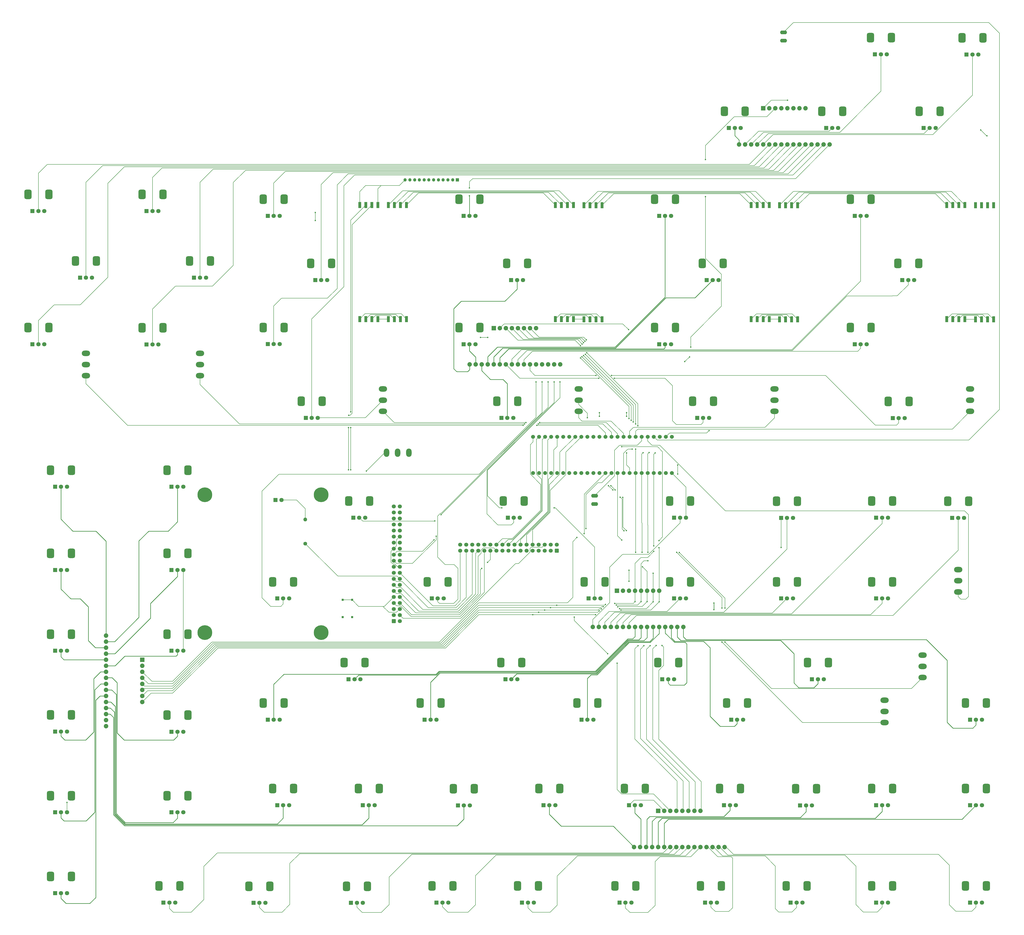
<source format=gbr>
%TF.GenerationSoftware,KiCad,Pcbnew,8.0.5*%
%TF.CreationDate,2024-10-29T20:02:02+01:00*%
%TF.ProjectId,troublemaker,74726f75-626c-4656-9d61-6b65722e6b69,rev?*%
%TF.SameCoordinates,Original*%
%TF.FileFunction,Copper,L1,Top*%
%TF.FilePolarity,Positive*%
%FSLAX46Y46*%
G04 Gerber Fmt 4.6, Leading zero omitted, Abs format (unit mm)*
G04 Created by KiCad (PCBNEW 8.0.5) date 2024-10-29 20:02:02*
%MOMM*%
%LPD*%
G01*
G04 APERTURE LIST*
G04 Aperture macros list*
%AMRoundRect*
0 Rectangle with rounded corners*
0 $1 Rounding radius*
0 $2 $3 $4 $5 $6 $7 $8 $9 X,Y pos of 4 corners*
0 Add a 4 corners polygon primitive as box body*
4,1,4,$2,$3,$4,$5,$6,$7,$8,$9,$2,$3,0*
0 Add four circle primitives for the rounded corners*
1,1,$1+$1,$2,$3*
1,1,$1+$1,$4,$5*
1,1,$1+$1,$6,$7*
1,1,$1+$1,$8,$9*
0 Add four rect primitives between the rounded corners*
20,1,$1+$1,$2,$3,$4,$5,0*
20,1,$1+$1,$4,$5,$6,$7,0*
20,1,$1+$1,$6,$7,$8,$9,0*
20,1,$1+$1,$8,$9,$2,$3,0*%
G04 Aperture macros list end*
%TA.AperFunction,ComponentPad*%
%ADD10C,1.600000*%
%TD*%
%TA.AperFunction,ComponentPad*%
%ADD11O,1.600000X1.600000*%
%TD*%
%TA.AperFunction,ComponentPad*%
%ADD12R,1.800000X1.800000*%
%TD*%
%TA.AperFunction,ComponentPad*%
%ADD13C,1.800000*%
%TD*%
%TA.AperFunction,ComponentPad*%
%ADD14RoundRect,0.750000X0.750000X-1.250000X0.750000X1.250000X-0.750000X1.250000X-0.750000X-1.250000X0*%
%TD*%
%TA.AperFunction,ComponentPad*%
%ADD15O,3.500000X2.300000*%
%TD*%
%TA.AperFunction,SMDPad,CuDef*%
%ADD16R,1.270000X2.540000*%
%TD*%
%TA.AperFunction,ComponentPad*%
%ADD17O,2.900000X1.600000*%
%TD*%
%TA.AperFunction,ComponentPad*%
%ADD18R,1.350000X1.350000*%
%TD*%
%TA.AperFunction,ComponentPad*%
%ADD19O,1.350000X1.350000*%
%TD*%
%TA.AperFunction,ComponentPad*%
%ADD20RoundRect,0.250000X-0.600000X-0.600000X0.600000X-0.600000X0.600000X0.600000X-0.600000X0.600000X0*%
%TD*%
%TA.AperFunction,ComponentPad*%
%ADD21C,1.700000*%
%TD*%
%TA.AperFunction,ComponentPad*%
%ADD22C,1.665000*%
%TD*%
%TA.AperFunction,ComponentPad*%
%ADD23C,1.879600*%
%TD*%
%TA.AperFunction,ComponentPad*%
%ADD24R,1.879600X1.879600*%
%TD*%
%TA.AperFunction,ComponentPad*%
%ADD25R,0.850000X0.850000*%
%TD*%
%TA.AperFunction,ComponentPad*%
%ADD26O,2.300000X3.500000*%
%TD*%
%TA.AperFunction,ComponentPad*%
%ADD27C,6.200000*%
%TD*%
%TA.AperFunction,ComponentPad*%
%ADD28RoundRect,0.250000X0.600000X-0.600000X0.600000X0.600000X-0.600000X0.600000X-0.600000X-0.600000X0*%
%TD*%
%TA.AperFunction,ViaPad*%
%ADD29C,0.600000*%
%TD*%
%TA.AperFunction,Conductor*%
%ADD30C,0.200000*%
%TD*%
%TA.AperFunction,Conductor*%
%ADD31C,0.256000*%
%TD*%
G04 APERTURE END LIST*
D10*
%TO.P,R1,1*%
%TO.N,taptempo_LED_RPi16*%
X158800000Y-240060000D03*
D11*
%TO.P,R1,2*%
%TO.N,Net-(taptempo_led1-A)*%
X158800000Y-229900000D03*
%TD*%
D12*
%TO.P,RV5,1,1*%
%TO.N,3v3*%
X437000000Y-34250000D03*
D13*
%TO.P,RV5,2,2*%
%TO.N,Net-(U2-I4)*%
X439500000Y-34250000D03*
%TO.P,RV5,3,3*%
%TO.N,XT_GND*%
X442000000Y-34250000D03*
D14*
%TO.P,RV5,MP*%
%TO.N,N/C*%
X435100000Y-27250000D03*
X443900000Y-27250000D03*
%TD*%
D15*
%TO.P,SW10,1,A*%
%TO.N,sw_grain_playback*%
X418500000Y-296400000D03*
%TO.P,SW10,2,B*%
%TO.N,XT_GND*%
X418500000Y-291700000D03*
%TO.P,SW10,3,C*%
%TO.N,unconnected-(SW10-C-Pad3)*%
X418500000Y-287000000D03*
%TD*%
D12*
%TO.P,RV33,1,1*%
%TO.N,3v3*%
X307700000Y-156150000D03*
D13*
%TO.P,RV33,2,2*%
%TO.N,Net-(U3-I5)*%
X310200000Y-156150000D03*
%TO.P,RV33,3,3*%
%TO.N,XT_GND*%
X312700000Y-156150000D03*
D14*
%TO.P,RV33,MP*%
%TO.N,N/C*%
X305800000Y-149150000D03*
X314600000Y-149150000D03*
%TD*%
D12*
%TO.P,RV31,1,1*%
%TO.N,3v3*%
X307700000Y-102150000D03*
D13*
%TO.P,RV31,2,2*%
%TO.N,Net-(U3-I3)*%
X310200000Y-102150000D03*
%TO.P,RV31,3,3*%
%TO.N,XT_GND*%
X312700000Y-102150000D03*
D14*
%TO.P,RV31,MP*%
%TO.N,N/C*%
X305800000Y-95150000D03*
X314600000Y-95150000D03*
%TD*%
D12*
%TO.P,RV74,1,1*%
%TO.N,3v3*%
X399000000Y-350150000D03*
D13*
%TO.P,RV74,2,2*%
%TO.N,Net-(U6-I4)*%
X401500000Y-350150000D03*
%TO.P,RV74,3,3*%
%TO.N,XT_GND*%
X404000000Y-350150000D03*
D14*
%TO.P,RV74,MP*%
%TO.N,N/C*%
X397100000Y-343150000D03*
X405900000Y-343150000D03*
%TD*%
D12*
%TO.P,RV52,1,1*%
%TO.N,3v3*%
X314000000Y-263150000D03*
D13*
%TO.P,RV52,2,2*%
%TO.N,Net-(U4-I1)*%
X316500000Y-263150000D03*
%TO.P,RV52,3,3*%
%TO.N,XT_GND*%
X319000000Y-263150000D03*
D14*
%TO.P,RV52,MP*%
%TO.N,N/C*%
X312100000Y-256150000D03*
X320900000Y-256150000D03*
%TD*%
D12*
%TO.P,RV4,1,1*%
%TO.N,3v3*%
X419000000Y-65150000D03*
D13*
%TO.P,RV4,2,2*%
%TO.N,Net-(U2-I3)*%
X421500000Y-65150000D03*
%TO.P,RV4,3,3*%
%TO.N,XT_GND*%
X424000000Y-65150000D03*
D14*
%TO.P,RV4,MP*%
%TO.N,N/C*%
X417100000Y-58150000D03*
X425900000Y-58150000D03*
%TD*%
D16*
%TO.P,Neopixel_bass_out_level1,1,GND*%
%TO.N,Net-(Neopixel_bass_out_level1-GND-Pad1)*%
X283690000Y-97700000D03*
%TO.P,Neopixel_bass_out_level1,2,DATA_OUT*%
%TO.N,Net-(Neopixel_bass_out_level1-DATA_OUT)*%
X281150000Y-97700000D03*
%TO.P,Neopixel_bass_out_level1,3,VCC*%
%TO.N,Net-(Neopixel_bass_out_level1-VCC-Pad3)*%
X278610000Y-97700000D03*
%TO.P,Neopixel_bass_out_level1,4,GND*%
%TO.N,Net-(Neopixel_bass_out_level1-GND-Pad4)*%
X276070000Y-97700000D03*
%TO.P,Neopixel_bass_out_level1,5,GND*%
%TO.N,Net-(Neopixel_bass_gain_reduction1-GND-Pad1)*%
X283690000Y-145706000D03*
%TO.P,Neopixel_bass_out_level1,6,DATA_IN*%
%TO.N,Net-(Neopixel_bass_gain_reduction1-DATA_OUT)*%
X281150000Y-145706000D03*
%TO.P,Neopixel_bass_out_level1,7,VCC*%
%TO.N,Net-(Neopixel_bass_gain_reduction1-VCC-Pad3)*%
X278610000Y-145706000D03*
%TO.P,Neopixel_bass_out_level1,8,GND*%
%TO.N,Net-(Neopixel_bass_gain_reduction1-GND-Pad4)*%
X276070000Y-145706000D03*
%TD*%
%TO.P,Neopixel_high_gain_reduction1,1,GND*%
%TO.N,Net-(Neopixel_high_gain_reduction1-GND-Pad1)*%
X428710000Y-145600000D03*
%TO.P,Neopixel_high_gain_reduction1,2,DATA_OUT*%
%TO.N,Net-(Neopixel_high_gain_reduction1-DATA_OUT)*%
X431250000Y-145600000D03*
%TO.P,Neopixel_high_gain_reduction1,3,VCC*%
%TO.N,Net-(Neopixel_high_gain_reduction1-VCC-Pad3)*%
X433790000Y-145600000D03*
%TO.P,Neopixel_high_gain_reduction1,4,GND*%
%TO.N,Net-(Neopixel_high_gain_reduction1-GND-Pad4)*%
X436330000Y-145600000D03*
%TO.P,Neopixel_high_gain_reduction1,5,GND*%
%TO.N,Net-(Neopixel_high_gain_reduction1-GND-Pad5)*%
X428710000Y-97594000D03*
%TO.P,Neopixel_high_gain_reduction1,6,DATA_IN*%
%TO.N,Net-(Neopixel_high_gain_reduction1-DATA_IN)*%
X431250000Y-97594000D03*
%TO.P,Neopixel_high_gain_reduction1,7,VCC*%
%TO.N,Net-(Neopixel_high_gain_reduction1-VCC-Pad7)*%
X433790000Y-97594000D03*
%TO.P,Neopixel_high_gain_reduction1,8,GND*%
%TO.N,Net-(Neopixel_high_gain_reduction1-GND-Pad8)*%
X436330000Y-97594000D03*
%TD*%
D12*
%TO.P,RV65,1,1*%
%TO.N,3v3*%
X372000000Y-297150000D03*
D13*
%TO.P,RV65,2,2*%
%TO.N,Net-(U4-I14)*%
X374500000Y-297150000D03*
%TO.P,RV65,3,3*%
%TO.N,XT_GND*%
X377000000Y-297150000D03*
D14*
%TO.P,RV65,MP*%
%TO.N,N/C*%
X370100000Y-290150000D03*
X378900000Y-290150000D03*
%TD*%
D12*
%TO.P,RV1,1,1*%
%TO.N,3v3*%
X337000000Y-65150000D03*
D13*
%TO.P,RV1,2,2*%
%TO.N,Net-(U2-I0)*%
X339500000Y-65150000D03*
%TO.P,RV1,3,3*%
%TO.N,XT_GND*%
X342000000Y-65150000D03*
D14*
%TO.P,RV1,MP*%
%TO.N,N/C*%
X335100000Y-58150000D03*
X343900000Y-58150000D03*
%TD*%
D12*
%TO.P,RV53,1,1*%
%TO.N,3v3*%
X359000000Y-229250000D03*
D13*
%TO.P,RV53,2,2*%
%TO.N,Net-(U4-I2)*%
X361500000Y-229250000D03*
%TO.P,RV53,3,3*%
%TO.N,XT_GND*%
X364000000Y-229250000D03*
D14*
%TO.P,RV53,MP*%
%TO.N,N/C*%
X357100000Y-222250000D03*
X365900000Y-222250000D03*
%TD*%
D16*
%TO.P,Neopixel_mid_out_level1,1,GND*%
%TO.N,Net-(Neopixel_high_gain_reduction1-GND-Pad5)*%
X365990000Y-97700000D03*
%TO.P,Neopixel_mid_out_level1,2,DATA_OUT*%
%TO.N,Net-(Neopixel_high_gain_reduction1-DATA_IN)*%
X363450000Y-97700000D03*
%TO.P,Neopixel_mid_out_level1,3,VCC*%
%TO.N,Net-(Neopixel_high_gain_reduction1-VCC-Pad7)*%
X360910000Y-97700000D03*
%TO.P,Neopixel_mid_out_level1,4,GND*%
%TO.N,Net-(Neopixel_high_gain_reduction1-GND-Pad8)*%
X358370000Y-97700000D03*
%TO.P,Neopixel_mid_out_level1,5,GND*%
%TO.N,Net-(Neopixel_mid_gain_reduction1-GND-Pad1)*%
X365990000Y-145706000D03*
%TO.P,Neopixel_mid_out_level1,6,DATA_IN*%
%TO.N,Net-(Neopixel_mid_gain_reduction1-DATA_OUT)*%
X363450000Y-145706000D03*
%TO.P,Neopixel_mid_out_level1,7,VCC*%
%TO.N,Net-(Neopixel_mid_gain_reduction1-VCC-Pad3)*%
X360910000Y-145706000D03*
%TO.P,Neopixel_mid_out_level1,8,GND*%
%TO.N,Net-(Neopixel_mid_gain_reduction1-GND-Pad4)*%
X358370000Y-145706000D03*
%TD*%
D12*
%TO.P,RV26,1,1*%
%TO.N,3v3*%
X159000000Y-187150000D03*
D13*
%TO.P,RV26,2,2*%
%TO.N,Net-(U2-I14)*%
X161500000Y-187150000D03*
%TO.P,RV26,3,3*%
%TO.N,XT_GND*%
X164000000Y-187150000D03*
D14*
%TO.P,RV26,MP*%
%TO.N,N/C*%
X157100000Y-180150000D03*
X165900000Y-180150000D03*
%TD*%
D12*
%TO.P,RV78,1,1*%
%TO.N,3v3*%
X178000000Y-391250000D03*
D13*
%TO.P,RV78,2,2*%
%TO.N,Net-(U6-I8)*%
X180500000Y-391250000D03*
%TO.P,RV78,3,3*%
%TO.N,XT_GND*%
X183000000Y-391250000D03*
D14*
%TO.P,RV78,MP*%
%TO.N,N/C*%
X176100000Y-384250000D03*
X184900000Y-384250000D03*
%TD*%
D12*
%TO.P,RV51,1,1*%
%TO.N,3v3*%
X314000000Y-229150000D03*
D13*
%TO.P,RV51,2,2*%
%TO.N,Net-(U4-I0)*%
X316500000Y-229150000D03*
%TO.P,RV51,3,3*%
%TO.N,XT_GND*%
X319000000Y-229150000D03*
D14*
%TO.P,RV51,MP*%
%TO.N,N/C*%
X312100000Y-222150000D03*
X320900000Y-222150000D03*
%TD*%
D12*
%TO.P,RV39,1,1*%
%TO.N,3v3*%
X212000000Y-263150000D03*
D13*
%TO.P,RV39,2,2*%
%TO.N,Net-(U3-I12)*%
X214500000Y-263150000D03*
%TO.P,RV39,3,3*%
%TO.N,XT_GND*%
X217000000Y-263150000D03*
D14*
%TO.P,RV39,MP*%
%TO.N,N/C*%
X210100000Y-256150000D03*
X218900000Y-256150000D03*
%TD*%
D12*
%TO.P,RV80,1,1*%
%TO.N,3v3*%
X250000000Y-391150000D03*
D13*
%TO.P,RV80,2,2*%
%TO.N,Net-(U6-I10)*%
X252500000Y-391150000D03*
%TO.P,RV80,3,3*%
%TO.N,XT_GND*%
X255000000Y-391150000D03*
D14*
%TO.P,RV80,MP*%
%TO.N,N/C*%
X248100000Y-384150000D03*
X256900000Y-384150000D03*
%TD*%
D12*
%TO.P,RV49,1,1*%
%TO.N,3v3*%
X244000000Y-229150000D03*
D13*
%TO.P,RV49,2,2*%
%TO.N,Net-(U3-I14)*%
X246500000Y-229150000D03*
%TO.P,RV49,3,3*%
%TO.N,XT_GND*%
X249000000Y-229150000D03*
D14*
%TO.P,RV49,MP*%
%TO.N,N/C*%
X242100000Y-222150000D03*
X250900000Y-222150000D03*
%TD*%
D12*
%TO.P,taptempo_led1,1,K*%
%TO.N,XT_GND*%
X146225000Y-221700000D03*
D13*
%TO.P,taptempo_led1,2,A*%
%TO.N,Net-(taptempo_led1-A)*%
X148765000Y-221700000D03*
%TD*%
D12*
%TO.P,RV57,1,1*%
%TO.N,3v3*%
X431000000Y-229250000D03*
D13*
%TO.P,RV57,2,2*%
%TO.N,Net-(U4-I6)*%
X433500000Y-229250000D03*
%TO.P,RV57,3,3*%
%TO.N,XT_GND*%
X436000000Y-229250000D03*
D14*
%TO.P,RV57,MP*%
%TO.N,N/C*%
X429100000Y-222250000D03*
X437900000Y-222250000D03*
%TD*%
D12*
%TO.P,RV61,1,1*%
%TO.N,3v3*%
X243000000Y-297150000D03*
D13*
%TO.P,RV61,2,2*%
%TO.N,Net-(U4-I10)*%
X245500000Y-297150000D03*
%TO.P,RV61,3,3*%
%TO.N,XT_GND*%
X248000000Y-297150000D03*
D14*
%TO.P,RV61,MP*%
%TO.N,N/C*%
X241100000Y-290150000D03*
X249900000Y-290150000D03*
%TD*%
D12*
%TO.P,RV64,1,1*%
%TO.N,3v3*%
X338000000Y-314150000D03*
D13*
%TO.P,RV64,2,2*%
%TO.N,Net-(U4-I13)*%
X340500000Y-314150000D03*
%TO.P,RV64,3,3*%
%TO.N,XT_GND*%
X343000000Y-314150000D03*
D14*
%TO.P,RV64,MP*%
%TO.N,N/C*%
X336100000Y-307150000D03*
X344900000Y-307150000D03*
%TD*%
D12*
%TO.P,RV81,1,1*%
%TO.N,3v3*%
X291000000Y-391150000D03*
D13*
%TO.P,RV81,2,2*%
%TO.N,Net-(U6-I11)*%
X293500000Y-391150000D03*
%TO.P,RV81,3,3*%
%TO.N,XT_GND*%
X296000000Y-391150000D03*
D14*
%TO.P,RV81,MP*%
%TO.N,N/C*%
X289100000Y-384150000D03*
X297900000Y-384150000D03*
%TD*%
D12*
%TO.P,RV59,1,1*%
%TO.N,3v3*%
X177000000Y-297150000D03*
D13*
%TO.P,RV59,2,2*%
%TO.N,Net-(U4-I8)*%
X179500000Y-297150000D03*
%TO.P,RV59,3,3*%
%TO.N,XT_GND*%
X182000000Y-297150000D03*
D14*
%TO.P,RV59,MP*%
%TO.N,N/C*%
X175100000Y-290150000D03*
X183900000Y-290150000D03*
%TD*%
D16*
%TO.P,Neopixel_high_out_level1,1,GND*%
%TO.N,unconnected-(Neopixel_high_out_level1-GND-Pad1)*%
X448390000Y-97700000D03*
%TO.P,Neopixel_high_out_level1,2,DATA_OUT*%
%TO.N,unconnected-(Neopixel_high_out_level1-DATA_OUT-Pad2)*%
X445850000Y-97700000D03*
%TO.P,Neopixel_high_out_level1,3,VCC*%
%TO.N,unconnected-(Neopixel_high_out_level1-VCC-Pad3)*%
X443310000Y-97700000D03*
%TO.P,Neopixel_high_out_level1,4,GND*%
%TO.N,unconnected-(Neopixel_high_out_level1-GND-Pad4)*%
X440770000Y-97700000D03*
%TO.P,Neopixel_high_out_level1,5,GND*%
%TO.N,Net-(Neopixel_high_gain_reduction1-GND-Pad1)*%
X448390000Y-145706000D03*
%TO.P,Neopixel_high_out_level1,6,DATA_IN*%
%TO.N,Net-(Neopixel_high_gain_reduction1-DATA_OUT)*%
X445850000Y-145706000D03*
%TO.P,Neopixel_high_out_level1,7,VCC*%
%TO.N,Net-(Neopixel_high_gain_reduction1-VCC-Pad3)*%
X443310000Y-145706000D03*
%TO.P,Neopixel_high_out_level1,8,GND*%
%TO.N,Net-(Neopixel_high_gain_reduction1-GND-Pad4)*%
X440770000Y-145706000D03*
%TD*%
D12*
%TO.P,RV24,1,1*%
%TO.N,3v3*%
X163000000Y-129150000D03*
D13*
%TO.P,RV24,2,2*%
%TO.N,Net-(U2-I12)*%
X165500000Y-129150000D03*
%TO.P,RV24,3,3*%
%TO.N,XT_GND*%
X168000000Y-129150000D03*
D14*
%TO.P,RV24,MP*%
%TO.N,N/C*%
X161100000Y-122150000D03*
X169900000Y-122150000D03*
%TD*%
D15*
%TO.P,SW9,1,A*%
%TO.N,sw_grain_type*%
X402500000Y-315400000D03*
%TO.P,SW9,2,B*%
%TO.N,XT_GND*%
X402500000Y-310700000D03*
%TO.P,SW9,3,C*%
%TO.N,unconnected-(SW9-C-Pad3)*%
X402500000Y-306000000D03*
%TD*%
D12*
%TO.P,RV9,1,1*%
%TO.N,3v3*%
X92000000Y-100150000D03*
D13*
%TO.P,RV9,2,2*%
%TO.N,Net-(U2-I8)*%
X94500000Y-100150000D03*
%TO.P,RV9,3,3*%
%TO.N,XT_GND*%
X97000000Y-100150000D03*
D14*
%TO.P,RV9,MP*%
%TO.N,N/C*%
X90100000Y-93150000D03*
X98900000Y-93150000D03*
%TD*%
D12*
%TO.P,RV14,1,1*%
%TO.N,3v3*%
X53500000Y-285150000D03*
D13*
%TO.P,RV14,2,2*%
%TO.N,Net-(U5-I4)*%
X56000000Y-285150000D03*
%TO.P,RV14,3,3*%
%TO.N,XT_GND*%
X58500000Y-285150000D03*
D14*
%TO.P,RV14,MP*%
%TO.N,N/C*%
X51600000Y-278150000D03*
X60400000Y-278150000D03*
%TD*%
D17*
%TO.P,SW7,1,1*%
%TO.N,XT_GND*%
X280500000Y-223450000D03*
%TO.P,SW7,2,2*%
%TO.N,btn_delay_taptempo*%
X280500000Y-219950000D03*
%TD*%
D12*
%TO.P,RV54,1,1*%
%TO.N,3v3*%
X359000000Y-263150000D03*
D13*
%TO.P,RV54,2,2*%
%TO.N,Net-(U4-I3)*%
X361500000Y-263150000D03*
%TO.P,RV54,3,3*%
%TO.N,XT_GND*%
X364000000Y-263150000D03*
D14*
%TO.P,RV54,MP*%
%TO.N,N/C*%
X357100000Y-256150000D03*
X365900000Y-256150000D03*
%TD*%
D12*
%TO.P,RV32,1,1*%
%TO.N,3v3*%
X327700000Y-129150000D03*
D13*
%TO.P,RV32,2,2*%
%TO.N,Net-(U3-I4)*%
X330200000Y-129150000D03*
%TO.P,RV32,3,3*%
%TO.N,XT_GND*%
X332700000Y-129150000D03*
D14*
%TO.P,RV32,MP*%
%TO.N,N/C*%
X325800000Y-122150000D03*
X334600000Y-122150000D03*
%TD*%
D12*
%TO.P,RV8,1,1*%
%TO.N,3v3*%
X44000000Y-156150000D03*
D13*
%TO.P,RV8,2,2*%
%TO.N,Net-(U2-I7)*%
X46500000Y-156150000D03*
%TO.P,RV8,3,3*%
%TO.N,XT_GND*%
X49000000Y-156150000D03*
D14*
%TO.P,RV8,MP*%
%TO.N,N/C*%
X42100000Y-149150000D03*
X50900000Y-149150000D03*
%TD*%
D15*
%TO.P,SW1,1,A*%
%TO.N,sw_eq2*%
X114500000Y-169400000D03*
%TO.P,SW1,2,B*%
%TO.N,XT_GND*%
X114500000Y-164700000D03*
%TO.P,SW1,3,C*%
%TO.N,unconnected-(SW1-C-Pad3)*%
X114500000Y-160000000D03*
%TD*%
D12*
%TO.P,RV25,1,1*%
%TO.N,3v3*%
X143000000Y-156130000D03*
D13*
%TO.P,RV25,2,2*%
%TO.N,Net-(U2-I13)*%
X145500000Y-156130000D03*
%TO.P,RV25,3,3*%
%TO.N,XT_GND*%
X148000000Y-156130000D03*
D14*
%TO.P,RV25,MP*%
%TO.N,N/C*%
X141100000Y-149130000D03*
X149900000Y-149130000D03*
%TD*%
D12*
%TO.P,RV68,1,1*%
%TO.N,3v3*%
X183000000Y-350150000D03*
D13*
%TO.P,RV68,2,2*%
%TO.N,Net-(U5-I12)*%
X185500000Y-350150000D03*
%TO.P,RV68,3,3*%
%TO.N,XT_GND*%
X188000000Y-350150000D03*
D14*
%TO.P,RV68,MP*%
%TO.N,N/C*%
X181100000Y-343150000D03*
X189900000Y-343150000D03*
%TD*%
D15*
%TO.P,SW3,1,A*%
%TO.N,sw_sub*%
X191500000Y-184400000D03*
%TO.P,SW3,2,B*%
%TO.N,XT_GND*%
X191500000Y-179700000D03*
%TO.P,SW3,3,C*%
%TO.N,unconnected-(SW3-C-Pad3)*%
X191500000Y-175000000D03*
%TD*%
%TO.P,SW2,1,A*%
%TO.N,sw_eq1*%
X66500000Y-169400000D03*
%TO.P,SW2,2,B*%
%TO.N,XT_GND*%
X66500000Y-164700000D03*
%TO.P,SW2,3,C*%
%TO.N,unconnected-(SW2-C-Pad3)*%
X66500000Y-160000000D03*
%TD*%
D12*
%TO.P,RV73,1,1*%
%TO.N,3v3*%
X367000000Y-350250000D03*
D13*
%TO.P,RV73,2,2*%
%TO.N,Net-(U6-I3)*%
X369500000Y-350250000D03*
%TO.P,RV73,3,3*%
%TO.N,XT_GND*%
X372000000Y-350250000D03*
D14*
%TO.P,RV73,MP*%
%TO.N,N/C*%
X365100000Y-343250000D03*
X373900000Y-343250000D03*
%TD*%
D12*
%TO.P,RV47,1,1*%
%TO.N,3v3*%
X147000000Y-263150000D03*
D13*
%TO.P,RV47,2,2*%
%TO.N,Net-(U3-I11)*%
X149500000Y-263150000D03*
%TO.P,RV47,3,3*%
%TO.N,XT_GND*%
X152000000Y-263150000D03*
D14*
%TO.P,RV47,MP*%
%TO.N,N/C*%
X145100000Y-256150000D03*
X153900000Y-256150000D03*
%TD*%
D12*
%TO.P,RV66,1,1*%
%TO.N,3v3*%
X438500000Y-314150000D03*
D13*
%TO.P,RV66,2,2*%
%TO.N,Net-(U4-I15)*%
X441000000Y-314150000D03*
%TO.P,RV66,3,3*%
%TO.N,XT_GND*%
X443500000Y-314150000D03*
D14*
%TO.P,RV66,MP*%
%TO.N,N/C*%
X436600000Y-307150000D03*
X445400000Y-307150000D03*
%TD*%
D12*
%TO.P,RV16,1,1*%
%TO.N,3v3*%
X53500000Y-353150000D03*
D13*
%TO.P,RV16,2,2*%
%TO.N,Net-(U5-I8)*%
X56000000Y-353150000D03*
%TO.P,RV16,3,3*%
%TO.N,XT_GND*%
X58500000Y-353150000D03*
D14*
%TO.P,RV16,MP*%
%TO.N,N/C*%
X51600000Y-346150000D03*
X60400000Y-346150000D03*
%TD*%
D12*
%TO.P,RV58,1,1*%
%TO.N,3v3*%
X143000000Y-314150000D03*
D13*
%TO.P,RV58,2,2*%
%TO.N,Net-(U4-I7)*%
X145500000Y-314150000D03*
%TO.P,RV58,3,3*%
%TO.N,XT_GND*%
X148000000Y-314150000D03*
D14*
%TO.P,RV58,MP*%
%TO.N,N/C*%
X141100000Y-307150000D03*
X149900000Y-307150000D03*
%TD*%
D12*
%TO.P,RV6,1,1*%
%TO.N,3v3*%
X44000000Y-100150000D03*
D13*
%TO.P,RV6,2,2*%
%TO.N,Net-(U2-I5)*%
X46500000Y-100150000D03*
%TO.P,RV6,3,3*%
%TO.N,XT_GND*%
X49000000Y-100150000D03*
D14*
%TO.P,RV6,MP*%
%TO.N,N/C*%
X42100000Y-93150000D03*
X50900000Y-93150000D03*
%TD*%
D16*
%TO.P,Neopixel_sub_out_level1,1,GND*%
%TO.N,Net-(Neopixel_bass_gain_reduction1-GND-Pad5)*%
X201390000Y-97600000D03*
%TO.P,Neopixel_sub_out_level1,2,DATA_OUT*%
%TO.N,Net-(Neopixel_bass_gain_reduction1-DATA_IN)*%
X198850000Y-97600000D03*
%TO.P,Neopixel_sub_out_level1,3,VCC*%
%TO.N,Net-(Neopixel_bass_gain_reduction1-VCC-Pad7)*%
X196310000Y-97600000D03*
%TO.P,Neopixel_sub_out_level1,4,GND*%
%TO.N,Net-(Neopixel_bass_gain_reduction1-GND-Pad8)*%
X193770000Y-97600000D03*
%TO.P,Neopixel_sub_out_level1,5,GND*%
%TO.N,Net-(Neopixel_sub_gain_reduction1-GND-Pad1)*%
X201390000Y-145606000D03*
%TO.P,Neopixel_sub_out_level1,6,DATA_IN*%
%TO.N,Net-(Neopixel_sub_gain_reduction1-DATA_OUT)*%
X198850000Y-145606000D03*
%TO.P,Neopixel_sub_out_level1,7,VCC*%
%TO.N,Net-(Neopixel_sub_gain_reduction1-VCC-Pad3)*%
X196310000Y-145606000D03*
%TO.P,Neopixel_sub_out_level1,8,GND*%
%TO.N,Net-(Neopixel_sub_gain_reduction1-GND-Pad4)*%
X193770000Y-145606000D03*
%TD*%
D12*
%TO.P,RV23,1,1*%
%TO.N,3v3*%
X143000000Y-102150000D03*
D13*
%TO.P,RV23,2,2*%
%TO.N,Net-(U2-I11)*%
X145500000Y-102150000D03*
%TO.P,RV23,3,3*%
%TO.N,XT_GND*%
X148000000Y-102150000D03*
D14*
%TO.P,RV23,MP*%
%TO.N,N/C*%
X141100000Y-95150000D03*
X149900000Y-95150000D03*
%TD*%
D12*
%TO.P,RV34,1,1*%
%TO.N,3v3*%
X323700000Y-187150000D03*
D13*
%TO.P,RV34,2,2*%
%TO.N,Net-(U3-I6)*%
X326200000Y-187150000D03*
%TO.P,RV34,3,3*%
%TO.N,XT_GND*%
X328700000Y-187150000D03*
D14*
%TO.P,RV34,MP*%
%TO.N,N/C*%
X321800000Y-180150000D03*
X330600000Y-180150000D03*
%TD*%
D12*
%TO.P,RV70,1,1*%
%TO.N,3v3*%
X259000000Y-350150000D03*
D13*
%TO.P,RV70,2,2*%
%TO.N,Net-(U6-I0)*%
X261500000Y-350150000D03*
%TO.P,RV70,3,3*%
%TO.N,XT_GND*%
X264000000Y-350150000D03*
D14*
%TO.P,RV70,MP*%
%TO.N,N/C*%
X257100000Y-343150000D03*
X265900000Y-343150000D03*
%TD*%
D12*
%TO.P,RV17,1,1*%
%TO.N,3v3*%
X53500000Y-387150000D03*
D13*
%TO.P,RV17,2,2*%
%TO.N,Net-(U5-I10)*%
X56000000Y-387150000D03*
%TO.P,RV17,3,3*%
%TO.N,XT_GND*%
X58500000Y-387150000D03*
D14*
%TO.P,RV17,MP*%
%TO.N,N/C*%
X51600000Y-380150000D03*
X60400000Y-380150000D03*
%TD*%
D12*
%TO.P,RV62,1,1*%
%TO.N,3v3*%
X275000000Y-314150000D03*
D13*
%TO.P,RV62,2,2*%
%TO.N,Net-(U4-I11)*%
X277500000Y-314150000D03*
%TO.P,RV62,3,3*%
%TO.N,XT_GND*%
X280000000Y-314150000D03*
D14*
%TO.P,RV62,MP*%
%TO.N,N/C*%
X273100000Y-307150000D03*
X281900000Y-307150000D03*
%TD*%
D17*
%TO.P,SW11,1,1*%
%TO.N,XT_GND*%
X360000000Y-28450000D03*
%TO.P,SW11,2,2*%
%TO.N,sampler_stop*%
X360000000Y-24950000D03*
%TD*%
D12*
%TO.P,RV50,1,1*%
%TO.N,3v3*%
X278000000Y-263150000D03*
D13*
%TO.P,RV50,2,2*%
%TO.N,Net-(U3-I15)*%
X280500000Y-263150000D03*
%TO.P,RV50,3,3*%
%TO.N,XT_GND*%
X283000000Y-263150000D03*
D14*
%TO.P,RV50,MP*%
%TO.N,N/C*%
X276100000Y-256150000D03*
X284900000Y-256150000D03*
%TD*%
D12*
%TO.P,RV83,1,1*%
%TO.N,3v3*%
X363000000Y-391150000D03*
D13*
%TO.P,RV83,2,2*%
%TO.N,Net-(U6-I13)*%
X365500000Y-391150000D03*
%TO.P,RV83,3,3*%
%TO.N,XT_GND*%
X368000000Y-391150000D03*
D14*
%TO.P,RV83,MP*%
%TO.N,N/C*%
X361100000Y-384150000D03*
X369900000Y-384150000D03*
%TD*%
D12*
%TO.P,RV69,1,1*%
%TO.N,3v3*%
X223000000Y-350250000D03*
D13*
%TO.P,RV69,2,2*%
%TO.N,Net-(U5-I13)*%
X225500000Y-350250000D03*
%TO.P,RV69,3,3*%
%TO.N,XT_GND*%
X228000000Y-350250000D03*
D14*
%TO.P,RV69,MP*%
%TO.N,N/C*%
X221100000Y-343250000D03*
X229900000Y-343250000D03*
%TD*%
D12*
%TO.P,RV13,1,1*%
%TO.N,3v3*%
X53500000Y-251150000D03*
D13*
%TO.P,RV13,2,2*%
%TO.N,Net-(U5-I2)*%
X56000000Y-251150000D03*
%TO.P,RV13,3,3*%
%TO.N,XT_GND*%
X58500000Y-251150000D03*
D14*
%TO.P,RV13,MP*%
%TO.N,N/C*%
X51600000Y-244150000D03*
X60400000Y-244150000D03*
%TD*%
D16*
%TO.P,Neopixel_sub_gain_reduction1,1,GND*%
%TO.N,Net-(Neopixel_sub_gain_reduction1-GND-Pad1)*%
X181710000Y-145600000D03*
%TO.P,Neopixel_sub_gain_reduction1,2,DATA_OUT*%
%TO.N,Net-(Neopixel_sub_gain_reduction1-DATA_OUT)*%
X184250000Y-145600000D03*
%TO.P,Neopixel_sub_gain_reduction1,3,VCC*%
%TO.N,Net-(Neopixel_sub_gain_reduction1-VCC-Pad3)*%
X186790000Y-145600000D03*
%TO.P,Neopixel_sub_gain_reduction1,4,GND*%
%TO.N,Net-(Neopixel_sub_gain_reduction1-GND-Pad4)*%
X189330000Y-145600000D03*
%TO.P,Neopixel_sub_gain_reduction1,5,GND*%
%TO.N,XT_GND*%
X181710000Y-97594000D03*
%TO.P,Neopixel_sub_gain_reduction1,6,DATA_IN*%
%TO.N,neopixel_data*%
X184250000Y-97594000D03*
%TO.P,Neopixel_sub_gain_reduction1,7,VCC*%
%TO.N,XT_RPi_5v*%
X186790000Y-97594000D03*
%TO.P,Neopixel_sub_gain_reduction1,8,GND*%
%TO.N,XT_GND*%
X189330000Y-97594000D03*
%TD*%
D12*
%TO.P,RV28,1,1*%
%TO.N,3v3*%
X245400000Y-129150000D03*
D13*
%TO.P,RV28,2,2*%
%TO.N,Net-(U3-I0)*%
X247900000Y-129150000D03*
%TO.P,RV28,3,3*%
%TO.N,XT_GND*%
X250400000Y-129150000D03*
D14*
%TO.P,RV28,MP*%
%TO.N,N/C*%
X243500000Y-122150000D03*
X252300000Y-122150000D03*
%TD*%
D12*
%TO.P,RV82,1,1*%
%TO.N,3v3*%
X327000000Y-391150000D03*
D13*
%TO.P,RV82,2,2*%
%TO.N,Net-(U6-I12)*%
X329500000Y-391150000D03*
%TO.P,RV82,3,3*%
%TO.N,XT_GND*%
X332000000Y-391150000D03*
D14*
%TO.P,RV82,MP*%
%TO.N,N/C*%
X325100000Y-384150000D03*
X333900000Y-384150000D03*
%TD*%
D12*
%TO.P,RV2,1,1*%
%TO.N,3v3*%
X378000000Y-65150000D03*
D13*
%TO.P,RV2,2,2*%
%TO.N,Net-(U2-I1)*%
X380500000Y-65150000D03*
%TO.P,RV2,3,3*%
%TO.N,XT_GND*%
X383000000Y-65150000D03*
D14*
%TO.P,RV2,MP*%
%TO.N,N/C*%
X376100000Y-58150000D03*
X384900000Y-58150000D03*
%TD*%
D12*
%TO.P,RV71,1,1*%
%TO.N,3v3*%
X295000000Y-350150000D03*
D13*
%TO.P,RV71,2,2*%
%TO.N,Net-(U6-I1)*%
X297500000Y-350150000D03*
%TO.P,RV71,3,3*%
%TO.N,XT_GND*%
X300000000Y-350150000D03*
D14*
%TO.P,RV71,MP*%
%TO.N,N/C*%
X293100000Y-343150000D03*
X301900000Y-343150000D03*
%TD*%
D12*
%TO.P,RV18,1,1*%
%TO.N,3v3*%
X102500000Y-216150000D03*
D13*
%TO.P,RV18,2,2*%
%TO.N,Net-(U5-I1)*%
X105000000Y-216150000D03*
%TO.P,RV18,3,3*%
%TO.N,XT_GND*%
X107500000Y-216150000D03*
D14*
%TO.P,RV18,MP*%
%TO.N,N/C*%
X100600000Y-209150000D03*
X109400000Y-209150000D03*
%TD*%
D12*
%TO.P,RV10,1,1*%
%TO.N,3v3*%
X112000000Y-128150000D03*
D13*
%TO.P,RV10,2,2*%
%TO.N,Net-(U2-I9)*%
X114500000Y-128150000D03*
%TO.P,RV10,3,3*%
%TO.N,XT_GND*%
X117000000Y-128150000D03*
D14*
%TO.P,RV10,MP*%
%TO.N,N/C*%
X110100000Y-121150000D03*
X118900000Y-121150000D03*
%TD*%
D15*
%TO.P,SW5,1,A*%
%TO.N,sw_mid*%
X356200000Y-184400000D03*
%TO.P,SW5,2,B*%
%TO.N,XT_GND*%
X356200000Y-179700000D03*
%TO.P,SW5,3,C*%
%TO.N,unconnected-(SW5-C-Pad3)*%
X356200000Y-175000000D03*
%TD*%
%TO.P,SW8,1,A*%
%TO.N,sw_delay_type*%
X433500000Y-260400000D03*
%TO.P,SW8,2,B*%
%TO.N,XT_GND*%
X433500000Y-255700000D03*
%TO.P,SW8,3,C*%
%TO.N,unconnected-(SW8-C-Pad3)*%
X433500000Y-251000000D03*
%TD*%
D12*
%TO.P,RV79,1,1*%
%TO.N,3v3*%
X214000000Y-391150000D03*
D13*
%TO.P,RV79,2,2*%
%TO.N,Net-(U6-I9)*%
X216500000Y-391150000D03*
%TO.P,RV79,3,3*%
%TO.N,XT_GND*%
X219000000Y-391150000D03*
D14*
%TO.P,RV79,MP*%
%TO.N,N/C*%
X212100000Y-384150000D03*
X220900000Y-384150000D03*
%TD*%
D12*
%TO.P,RV22,1,1*%
%TO.N,3v3*%
X102500000Y-353150000D03*
D13*
%TO.P,RV22,2,2*%
%TO.N,Net-(U5-I9)*%
X105000000Y-353150000D03*
%TO.P,RV22,3,3*%
%TO.N,XT_GND*%
X107500000Y-353150000D03*
D14*
%TO.P,RV22,MP*%
%TO.N,N/C*%
X100600000Y-346150000D03*
X109400000Y-346150000D03*
%TD*%
D12*
%TO.P,RV75,1,1*%
%TO.N,3v3*%
X438500000Y-350150000D03*
D13*
%TO.P,RV75,2,2*%
%TO.N,Net-(U6-I5)*%
X441000000Y-350150000D03*
%TO.P,RV75,3,3*%
%TO.N,XT_GND*%
X443500000Y-350150000D03*
D14*
%TO.P,RV75,MP*%
%TO.N,N/C*%
X436600000Y-343150000D03*
X445400000Y-343150000D03*
%TD*%
D16*
%TO.P,Neopixel_mid_gain_reduction1,1,GND*%
%TO.N,Net-(Neopixel_mid_gain_reduction1-GND-Pad1)*%
X346410000Y-145600000D03*
%TO.P,Neopixel_mid_gain_reduction1,2,DATA_OUT*%
%TO.N,Net-(Neopixel_mid_gain_reduction1-DATA_OUT)*%
X348950000Y-145600000D03*
%TO.P,Neopixel_mid_gain_reduction1,3,VCC*%
%TO.N,Net-(Neopixel_mid_gain_reduction1-VCC-Pad3)*%
X351490000Y-145600000D03*
%TO.P,Neopixel_mid_gain_reduction1,4,GND*%
%TO.N,Net-(Neopixel_mid_gain_reduction1-GND-Pad4)*%
X354030000Y-145600000D03*
%TO.P,Neopixel_mid_gain_reduction1,5,GND*%
%TO.N,Net-(Neopixel_bass_out_level1-GND-Pad1)*%
X346410000Y-97594000D03*
%TO.P,Neopixel_mid_gain_reduction1,6,DATA_IN*%
%TO.N,Net-(Neopixel_bass_out_level1-DATA_OUT)*%
X348950000Y-97594000D03*
%TO.P,Neopixel_mid_gain_reduction1,7,VCC*%
%TO.N,Net-(Neopixel_bass_out_level1-VCC-Pad3)*%
X351490000Y-97594000D03*
%TO.P,Neopixel_mid_gain_reduction1,8,GND*%
%TO.N,Net-(Neopixel_bass_out_level1-GND-Pad4)*%
X354030000Y-97594000D03*
%TD*%
%TO.P,Neopixel_bass_gain_reduction1,1,GND*%
%TO.N,Net-(Neopixel_bass_gain_reduction1-GND-Pad1)*%
X264010000Y-145600000D03*
%TO.P,Neopixel_bass_gain_reduction1,2,DATA_OUT*%
%TO.N,Net-(Neopixel_bass_gain_reduction1-DATA_OUT)*%
X266550000Y-145600000D03*
%TO.P,Neopixel_bass_gain_reduction1,3,VCC*%
%TO.N,Net-(Neopixel_bass_gain_reduction1-VCC-Pad3)*%
X269090000Y-145600000D03*
%TO.P,Neopixel_bass_gain_reduction1,4,GND*%
%TO.N,Net-(Neopixel_bass_gain_reduction1-GND-Pad4)*%
X271630000Y-145600000D03*
%TO.P,Neopixel_bass_gain_reduction1,5,GND*%
%TO.N,Net-(Neopixel_bass_gain_reduction1-GND-Pad5)*%
X264010000Y-97594000D03*
%TO.P,Neopixel_bass_gain_reduction1,6,DATA_IN*%
%TO.N,Net-(Neopixel_bass_gain_reduction1-DATA_IN)*%
X266550000Y-97594000D03*
%TO.P,Neopixel_bass_gain_reduction1,7,VCC*%
%TO.N,Net-(Neopixel_bass_gain_reduction1-VCC-Pad7)*%
X269090000Y-97594000D03*
%TO.P,Neopixel_bass_gain_reduction1,8,GND*%
%TO.N,Net-(Neopixel_bass_gain_reduction1-GND-Pad8)*%
X271630000Y-97594000D03*
%TD*%
D12*
%TO.P,RV77,1,1*%
%TO.N,3v3*%
X137000000Y-391250000D03*
D13*
%TO.P,RV77,2,2*%
%TO.N,Net-(U6-I7)*%
X139500000Y-391250000D03*
%TO.P,RV77,3,3*%
%TO.N,XT_GND*%
X142000000Y-391250000D03*
D14*
%TO.P,RV77,MP*%
%TO.N,N/C*%
X135100000Y-384250000D03*
X143900000Y-384250000D03*
%TD*%
D12*
%TO.P,RV76,1,1*%
%TO.N,3v3*%
X99100000Y-391150000D03*
D13*
%TO.P,RV76,2,2*%
%TO.N,Net-(U6-I6)*%
X101600000Y-391150000D03*
%TO.P,RV76,3,3*%
%TO.N,XT_GND*%
X104100000Y-391150000D03*
D14*
%TO.P,RV76,MP*%
%TO.N,N/C*%
X97200000Y-384150000D03*
X106000000Y-384150000D03*
%TD*%
D12*
%TO.P,RV19,1,1*%
%TO.N,3v3*%
X102500000Y-251150000D03*
D13*
%TO.P,RV19,2,2*%
%TO.N,Net-(U5-I3)*%
X105000000Y-251150000D03*
%TO.P,RV19,3,3*%
%TO.N,XT_GND*%
X107500000Y-251150000D03*
D14*
%TO.P,RV19,MP*%
%TO.N,N/C*%
X100600000Y-244150000D03*
X109400000Y-244150000D03*
%TD*%
D12*
%TO.P,RV55,1,1*%
%TO.N,3v3*%
X399000000Y-229150000D03*
D13*
%TO.P,RV55,2,2*%
%TO.N,Net-(U4-I4)*%
X401500000Y-229150000D03*
%TO.P,RV55,3,3*%
%TO.N,XT_GND*%
X404000000Y-229150000D03*
D14*
%TO.P,RV55,MP*%
%TO.N,N/C*%
X397100000Y-222150000D03*
X405900000Y-222150000D03*
%TD*%
D12*
%TO.P,RV15,1,1*%
%TO.N,3v3*%
X53500000Y-319150000D03*
D13*
%TO.P,RV15,2,2*%
%TO.N,Net-(U5-I6)*%
X56000000Y-319150000D03*
%TO.P,RV15,3,3*%
%TO.N,XT_GND*%
X58500000Y-319150000D03*
D14*
%TO.P,RV15,MP*%
%TO.N,N/C*%
X51600000Y-312150000D03*
X60400000Y-312150000D03*
%TD*%
D12*
%TO.P,RV48,1,1*%
%TO.N,3v3*%
X179000000Y-229150000D03*
D13*
%TO.P,RV48,2,2*%
%TO.N,Net-(U3-I13)*%
X181500000Y-229150000D03*
%TO.P,RV48,3,3*%
%TO.N,XT_GND*%
X184000000Y-229150000D03*
D14*
%TO.P,RV48,MP*%
%TO.N,N/C*%
X177100000Y-222150000D03*
X185900000Y-222150000D03*
%TD*%
D12*
%TO.P,RV72,1,1*%
%TO.N,3v3*%
X335000000Y-350150000D03*
D13*
%TO.P,RV72,2,2*%
%TO.N,Net-(U6-I2)*%
X337500000Y-350150000D03*
%TO.P,RV72,3,3*%
%TO.N,XT_GND*%
X340000000Y-350150000D03*
D14*
%TO.P,RV72,MP*%
%TO.N,N/C*%
X333100000Y-343150000D03*
X341900000Y-343150000D03*
%TD*%
D12*
%TO.P,RV63,1,1*%
%TO.N,3v3*%
X309000000Y-297150000D03*
D13*
%TO.P,RV63,2,2*%
%TO.N,Net-(U4-I12)*%
X311500000Y-297150000D03*
%TO.P,RV63,3,3*%
%TO.N,XT_GND*%
X314000000Y-297150000D03*
D14*
%TO.P,RV63,MP*%
%TO.N,N/C*%
X307100000Y-290150000D03*
X315900000Y-290150000D03*
%TD*%
D12*
%TO.P,RV11,1,1*%
%TO.N,3v3*%
X92000000Y-156250000D03*
D13*
%TO.P,RV11,2,2*%
%TO.N,Net-(U2-I10)*%
X94500000Y-156250000D03*
%TO.P,RV11,3,3*%
%TO.N,XT_GND*%
X97000000Y-156250000D03*
D14*
%TO.P,RV11,MP*%
%TO.N,N/C*%
X90100000Y-149250000D03*
X98900000Y-149250000D03*
%TD*%
D12*
%TO.P,RV27,1,1*%
%TO.N,3v3*%
X225400000Y-102150000D03*
D13*
%TO.P,RV27,2,2*%
%TO.N,Net-(U2-I15)*%
X227900000Y-102150000D03*
%TO.P,RV27,3,3*%
%TO.N,XT_GND*%
X230400000Y-102150000D03*
D14*
%TO.P,RV27,MP*%
%TO.N,N/C*%
X223500000Y-95150000D03*
X232300000Y-95150000D03*
%TD*%
D12*
%TO.P,RV84,1,1*%
%TO.N,3v3*%
X399000000Y-391150000D03*
D13*
%TO.P,RV84,2,2*%
%TO.N,Net-(U6-I14)*%
X401500000Y-391150000D03*
%TO.P,RV84,3,3*%
%TO.N,XT_GND*%
X404000000Y-391150000D03*
D14*
%TO.P,RV84,MP*%
%TO.N,N/C*%
X397100000Y-384150000D03*
X405900000Y-384150000D03*
%TD*%
D12*
%TO.P,RV38,1,1*%
%TO.N,3v3*%
X406000000Y-187250000D03*
D13*
%TO.P,RV38,2,2*%
%TO.N,Net-(U3-I10)*%
X408500000Y-187250000D03*
%TO.P,RV38,3,3*%
%TO.N,XT_GND*%
X411000000Y-187250000D03*
D14*
%TO.P,RV38,MP*%
%TO.N,N/C*%
X404100000Y-180250000D03*
X412900000Y-180250000D03*
%TD*%
D12*
%TO.P,RV7,1,1*%
%TO.N,3v3*%
X64000000Y-128150000D03*
D13*
%TO.P,RV7,2,2*%
%TO.N,Net-(U2-I6)*%
X66500000Y-128150000D03*
%TO.P,RV7,3,3*%
%TO.N,XT_GND*%
X69000000Y-128150000D03*
D14*
%TO.P,RV7,MP*%
%TO.N,N/C*%
X62100000Y-121150000D03*
X70900000Y-121150000D03*
%TD*%
D12*
%TO.P,RV37,1,1*%
%TO.N,3v3*%
X390000000Y-156150000D03*
D13*
%TO.P,RV37,2,2*%
%TO.N,Net-(U3-I9)*%
X392500000Y-156150000D03*
%TO.P,RV37,3,3*%
%TO.N,XT_GND*%
X395000000Y-156150000D03*
D14*
%TO.P,RV37,MP*%
%TO.N,N/C*%
X388100000Y-149150000D03*
X396900000Y-149150000D03*
%TD*%
D12*
%TO.P,RV3,1,1*%
%TO.N,3v3*%
X398500000Y-34150000D03*
D13*
%TO.P,RV3,2,2*%
%TO.N,Net-(U2-I2)*%
X401000000Y-34150000D03*
%TO.P,RV3,3,3*%
%TO.N,XT_GND*%
X403500000Y-34150000D03*
D14*
%TO.P,RV3,MP*%
%TO.N,N/C*%
X396600000Y-27150000D03*
X405400000Y-27150000D03*
%TD*%
D12*
%TO.P,RV36,1,1*%
%TO.N,3v3*%
X410000000Y-129150000D03*
D13*
%TO.P,RV36,2,2*%
%TO.N,Net-(U3-I8)*%
X412500000Y-129150000D03*
%TO.P,RV36,3,3*%
%TO.N,XT_GND*%
X415000000Y-129150000D03*
D14*
%TO.P,RV36,MP*%
%TO.N,N/C*%
X408100000Y-122150000D03*
X416900000Y-122150000D03*
%TD*%
D12*
%TO.P,RV35,1,1*%
%TO.N,3v3*%
X390000000Y-102150000D03*
D13*
%TO.P,RV35,2,2*%
%TO.N,Net-(U3-I7)*%
X392500000Y-102150000D03*
%TO.P,RV35,3,3*%
%TO.N,XT_GND*%
X395000000Y-102150000D03*
D14*
%TO.P,RV35,MP*%
%TO.N,N/C*%
X388100000Y-95150000D03*
X396900000Y-95150000D03*
%TD*%
D12*
%TO.P,RV67,1,1*%
%TO.N,3v3*%
X147000000Y-350150000D03*
D13*
%TO.P,RV67,2,2*%
%TO.N,Net-(U5-I11)*%
X149500000Y-350150000D03*
%TO.P,RV67,3,3*%
%TO.N,XT_GND*%
X152000000Y-350150000D03*
D14*
%TO.P,RV67,MP*%
%TO.N,N/C*%
X145100000Y-343150000D03*
X153900000Y-343150000D03*
%TD*%
D12*
%TO.P,RV85,1,1*%
%TO.N,3v3*%
X438500000Y-391150000D03*
D13*
%TO.P,RV85,2,2*%
%TO.N,Net-(U6-I15)*%
X441000000Y-391150000D03*
%TO.P,RV85,3,3*%
%TO.N,XT_GND*%
X443500000Y-391150000D03*
D14*
%TO.P,RV85,MP*%
%TO.N,N/C*%
X436600000Y-384150000D03*
X445400000Y-384150000D03*
%TD*%
D12*
%TO.P,RV29,1,1*%
%TO.N,3v3*%
X225400000Y-156150000D03*
D13*
%TO.P,RV29,2,2*%
%TO.N,Net-(U3-I1)*%
X227900000Y-156150000D03*
%TO.P,RV29,3,3*%
%TO.N,XT_GND*%
X230400000Y-156150000D03*
D14*
%TO.P,RV29,MP*%
%TO.N,N/C*%
X223500000Y-149150000D03*
X232300000Y-149150000D03*
%TD*%
D12*
%TO.P,RV21,1,1*%
%TO.N,3v3*%
X102500000Y-319250000D03*
D13*
%TO.P,RV21,2,2*%
%TO.N,Net-(U5-I7)*%
X105000000Y-319250000D03*
%TO.P,RV21,3,3*%
%TO.N,XT_GND*%
X107500000Y-319250000D03*
D14*
%TO.P,RV21,MP*%
%TO.N,N/C*%
X100600000Y-312250000D03*
X109400000Y-312250000D03*
%TD*%
D12*
%TO.P,RV56,1,1*%
%TO.N,3v3*%
X399000000Y-263150000D03*
D13*
%TO.P,RV56,2,2*%
%TO.N,Net-(U4-I5)*%
X401500000Y-263150000D03*
%TO.P,RV56,3,3*%
%TO.N,XT_GND*%
X404000000Y-263150000D03*
D14*
%TO.P,RV56,MP*%
%TO.N,N/C*%
X397100000Y-256150000D03*
X405900000Y-256150000D03*
%TD*%
D15*
%TO.P,SW4,1,A*%
%TO.N,sw_bass*%
X273800000Y-184400000D03*
%TO.P,SW4,2,B*%
%TO.N,XT_GND*%
X273800000Y-179700000D03*
%TO.P,SW4,3,C*%
%TO.N,unconnected-(SW4-C-Pad3)*%
X273800000Y-175000000D03*
%TD*%
%TO.P,SW6,1,A*%
%TO.N,sw_high*%
X438533202Y-184400197D03*
%TO.P,SW6,2,B*%
%TO.N,XT_GND*%
X438533202Y-179700197D03*
%TO.P,SW6,3,C*%
%TO.N,unconnected-(SW6-C-Pad3)*%
X438533202Y-175000197D03*
%TD*%
D12*
%TO.P,RV30,1,1*%
%TO.N,3v3*%
X241300000Y-187150000D03*
D13*
%TO.P,RV30,2,2*%
%TO.N,Net-(U3-I2)*%
X243800000Y-187150000D03*
%TO.P,RV30,3,3*%
%TO.N,XT_GND*%
X246300000Y-187150000D03*
D14*
%TO.P,RV30,MP*%
%TO.N,N/C*%
X239400000Y-180150000D03*
X248200000Y-180150000D03*
%TD*%
D12*
%TO.P,RV12,1,1*%
%TO.N,3v3*%
X53500000Y-216150000D03*
D13*
%TO.P,RV12,2,2*%
%TO.N,Net-(U5-I0)*%
X56000000Y-216150000D03*
%TO.P,RV12,3,3*%
%TO.N,XT_GND*%
X58500000Y-216150000D03*
D14*
%TO.P,RV12,MP*%
%TO.N,N/C*%
X51600000Y-209150000D03*
X60400000Y-209150000D03*
%TD*%
D12*
%TO.P,RV20,1,1*%
%TO.N,3v3*%
X102500000Y-285150000D03*
D13*
%TO.P,RV20,2,2*%
%TO.N,Net-(U5-I5)*%
X105000000Y-285150000D03*
%TO.P,RV20,3,3*%
%TO.N,XT_GND*%
X107500000Y-285150000D03*
D14*
%TO.P,RV20,MP*%
%TO.N,N/C*%
X100600000Y-278150000D03*
X109400000Y-278150000D03*
%TD*%
D12*
%TO.P,RV60,1,1*%
%TO.N,3v3*%
X209000000Y-314150000D03*
D13*
%TO.P,RV60,2,2*%
%TO.N,Net-(U4-I9)*%
X211500000Y-314150000D03*
%TO.P,RV60,3,3*%
%TO.N,XT_GND*%
X214000000Y-314150000D03*
D14*
%TO.P,RV60,MP*%
%TO.N,N/C*%
X207100000Y-307150000D03*
X215900000Y-307150000D03*
%TD*%
D18*
%TO.P,J5,1,Pin_1*%
%TO.N,sampler_1*%
X222800000Y-87000000D03*
D19*
%TO.P,J5,2,Pin_2*%
%TO.N,sampler_2*%
X220800000Y-87000000D03*
%TO.P,J5,3,Pin_3*%
%TO.N,sampler_3*%
X218800000Y-87000000D03*
%TO.P,J5,4,Pin_4*%
%TO.N,sampler_4*%
X216800000Y-87000000D03*
%TO.P,J5,5,Pin_5*%
%TO.N,samlper_5*%
X214800000Y-87000000D03*
%TO.P,J5,6,Pin_6*%
%TO.N,sampler_6*%
X212800000Y-87000000D03*
%TO.P,J5,7,Pin_7*%
%TO.N,sampler_7*%
X210800000Y-87000000D03*
%TO.P,J5,8,Pin_8*%
%TO.N,sampler_8*%
X208800000Y-87000000D03*
%TO.P,J5,9,Pin_9*%
%TO.N,sampler_9*%
X206800000Y-87000000D03*
%TO.P,J5,10,Pin_10*%
%TO.N,sampler_10*%
X204800000Y-87000000D03*
%TO.P,J5,11,Pin_11*%
%TO.N,sampler_11*%
X202800000Y-87000000D03*
%TO.P,J5,12,Pin_12*%
%TO.N,XT_GND*%
X200800000Y-87000000D03*
%TD*%
D20*
%TO.P,J1,1,Pin_1*%
%TO.N,unconnected-(J1-Pin_1-Pad1)*%
X196000000Y-272680000D03*
D21*
%TO.P,J1,2,Pin_2*%
%TO.N,XT_RPi_5v*%
X198540000Y-272680000D03*
%TO.P,J1,3,Pin_3*%
%TO.N,unconnected-(J1-Pin_3-Pad3)*%
X196000000Y-270140000D03*
%TO.P,J1,4,Pin_4*%
%TO.N,XT_RPi_5v*%
X198540000Y-270140000D03*
%TO.P,J1,5,Pin_5*%
%TO.N,unconnected-(J1-Pin_5-Pad5)*%
X196000000Y-267600000D03*
%TO.P,J1,6,Pin_6*%
%TO.N,XT_GND*%
X198540000Y-267600000D03*
%TO.P,J1,7,Pin_7*%
%TO.N,XT_RPi7*%
X196000000Y-265060000D03*
%TO.P,J1,8,Pin_8*%
%TO.N,XT_RPi8*%
X198540000Y-265060000D03*
%TO.P,J1,9,Pin_9*%
%TO.N,XT_GND*%
X196000000Y-262520000D03*
%TO.P,J1,10,Pin_10*%
%TO.N,XT_RPi10*%
X198540000Y-262520000D03*
%TO.P,J1,11,Pin_11*%
%TO.N,XT_RPi11*%
X196000000Y-259980000D03*
%TO.P,J1,12,Pin_12*%
%TO.N,unconnected-(J1-Pin_12-Pad12)*%
X198540000Y-259980000D03*
%TO.P,J1,13,Pin_13*%
%TO.N,XT_RPi13*%
X196000000Y-257440000D03*
%TO.P,J1,14,Pin_14*%
%TO.N,XT_GND*%
X198540000Y-257440000D03*
%TO.P,J1,15,Pin_15*%
%TO.N,XT_RPi15*%
X196000000Y-254900000D03*
%TO.P,J1,16,Pin_16*%
%TO.N,taptempo_LED_RPi16*%
X198540000Y-254900000D03*
%TO.P,J1,17,Pin_17*%
%TO.N,unconnected-(J1-Pin_17-Pad17)*%
X196000000Y-252360000D03*
%TO.P,J1,18,Pin_18*%
%TO.N,XT_RPi18*%
X198540000Y-252360000D03*
%TO.P,J1,19,Pin_19*%
%TO.N,neopixel_data*%
X196000000Y-249820000D03*
%TO.P,J1,20,Pin_20*%
%TO.N,XT_GND*%
X198540000Y-249820000D03*
%TO.P,J1,21,Pin_21*%
%TO.N,sw_input_mode_RPi21*%
X196000000Y-247280000D03*
%TO.P,J1,22,Pin_22*%
%TO.N,unconnected-(J1-Pin_22-Pad22)*%
X198540000Y-247280000D03*
%TO.P,J1,23,Pin_23*%
%TO.N,XT_RPi23*%
X196000000Y-244740000D03*
%TO.P,J1,24,Pin_24*%
%TO.N,unconnected-(J1-Pin_24-Pad24)*%
X198540000Y-244740000D03*
%TO.P,J1,25,Pin_25*%
%TO.N,XT_GND*%
X196000000Y-242200000D03*
%TO.P,J1,26,Pin_26*%
%TO.N,unconnected-(J1-Pin_26-Pad26)*%
X198540000Y-242200000D03*
%TO.P,J1,27,Pin_27*%
%TO.N,unconnected-(J1-Pin_27-Pad27)*%
X196000000Y-239660000D03*
%TO.P,J1,28,Pin_28*%
%TO.N,unconnected-(J1-Pin_28-Pad28)*%
X198540000Y-239660000D03*
%TO.P,J1,29,Pin_29*%
%TO.N,XT_RPi29*%
X196000000Y-237120000D03*
%TO.P,J1,30,Pin_30*%
%TO.N,XT_GND*%
X198540000Y-237120000D03*
%TO.P,J1,31,Pin_31*%
%TO.N,XT_RPi31*%
X196000000Y-234580000D03*
%TO.P,J1,32,Pin_32*%
%TO.N,XT_RPi32*%
X198540000Y-234580000D03*
%TO.P,J1,33,Pin_33*%
%TO.N,XT_RPi33*%
X196000000Y-232040000D03*
%TO.P,J1,34,Pin_34*%
%TO.N,XT_GND*%
X198540000Y-232040000D03*
%TO.P,J1,35,Pin_35*%
%TO.N,unconnected-(J1-Pin_35-Pad35)*%
X196000000Y-229500000D03*
%TO.P,J1,36,Pin_36*%
%TO.N,XT_RPi36*%
X198540000Y-229500000D03*
%TO.P,J1,37,Pin_37*%
%TO.N,XT_RPi37*%
X196000000Y-226960000D03*
%TO.P,J1,38,Pin_38*%
%TO.N,unconnected-(J1-Pin_38-Pad38)*%
X198540000Y-226960000D03*
%TO.P,J1,39,Pin_39*%
%TO.N,XT_GND*%
X196000000Y-224420000D03*
%TO.P,J1,40,Pin_40*%
%TO.N,unconnected-(J1-Pin_40-Pad40)*%
X198540000Y-224420000D03*
%TD*%
D22*
%TO.P,IC1,1,TX1*%
%TO.N,unconnected-(IC1-TX1-Pad1)*%
X307970000Y-210350000D03*
%TO.P,IC1,2,OUT2*%
%TO.N,mux_s0*%
X305430000Y-210350000D03*
%TO.P,IC1,3,LRCLK2*%
%TO.N,mux_s1*%
X302890000Y-210350000D03*
%TO.P,IC1,4,BCLK2*%
%TO.N,mux_s2*%
X300350000Y-210350000D03*
%TO.P,IC1,5,IN2*%
%TO.N,mux_s3*%
X297810000Y-210350000D03*
%TO.P,IC1,6,OUT1D*%
%TO.N,mux1_enable*%
X295270000Y-210350000D03*
%TO.P,IC1,7,RX2*%
%TO.N,mux2_enable*%
X292730000Y-210350000D03*
%TO.P,IC1,8,TX2*%
%TO.N,mux3_enable*%
X290190000Y-210350000D03*
%TO.P,IC1,9,OUT1C*%
%TO.N,mux4_enable*%
X287650000Y-210350000D03*
%TO.P,IC1,10,CS_1*%
%TO.N,mux5_enable*%
X285110000Y-210350000D03*
%TO.P,IC1,11,MOSI*%
%TO.N,sampler_1*%
X282570000Y-210350000D03*
%TO.P,IC1,12,MISO*%
%TO.N,sampler_2*%
X280030000Y-210350000D03*
%TO.P,IC1,13,SCK*%
%TO.N,unconnected-(IC1-SCK-Pad13)*%
X280030000Y-195110000D03*
%TO.P,IC1,14,A0*%
%TO.N,mux_signal*%
X282570000Y-195110000D03*
%TO.P,IC1,15,A1*%
%TO.N,sw_eq1*%
X285110000Y-195110000D03*
%TO.P,IC1,16,A2*%
%TO.N,sw_eq2*%
X287650000Y-195110000D03*
%TO.P,IC1,17,A3*%
%TO.N,sw_sub*%
X290190000Y-195110000D03*
%TO.P,IC1,18,A4*%
%TO.N,sw_bass*%
X292730000Y-195110000D03*
%TO.P,IC1,19,A5*%
%TO.N,sw_mid*%
X295270000Y-195110000D03*
%TO.P,IC1,20,A6*%
%TO.N,sw_high*%
X297810000Y-195110000D03*
%TO.P,IC1,21,A7*%
%TO.N,btn_delay_taptempo*%
X300350000Y-195110000D03*
%TO.P,IC1,22,A8*%
%TO.N,sw_delay_type*%
X302890000Y-195110000D03*
%TO.P,IC1,23,A9*%
%TO.N,sampler_stop*%
X305430000Y-195110000D03*
%TO.P,IC1,24,A10*%
%TO.N,sampler_3*%
X274950000Y-210350000D03*
%TO.P,IC1,25,A11*%
%TO.N,sampler_4*%
X272410000Y-210350000D03*
%TO.P,IC1,26,A12*%
%TO.N,samlper_5*%
X269870000Y-210350000D03*
%TO.P,IC1,27,A13*%
%TO.N,sampler_6*%
X267330000Y-210350000D03*
%TO.P,IC1,28,RX7*%
%TO.N,sampler_7*%
X264790000Y-210350000D03*
%TO.P,IC1,29,TX7*%
%TO.N,sampler_8*%
X262250000Y-210350000D03*
%TO.P,IC1,30,CRX3*%
%TO.N,sampler_9*%
X259710000Y-210350000D03*
%TO.P,IC1,31,CTX3*%
%TO.N,sampler_10*%
X257170000Y-210350000D03*
%TO.P,IC1,32,OUT1B*%
%TO.N,sampler_11*%
X254630000Y-210350000D03*
%TO.P,IC1,33,MCLK2*%
%TO.N,XT_Teensy33*%
X254630000Y-195110000D03*
%TO.P,IC1,34,RX8*%
%TO.N,XT_Teensy34*%
X257170000Y-195110000D03*
%TO.P,IC1,35,TX8*%
%TO.N,XT_Teensy35*%
X259710000Y-195110000D03*
%TO.P,IC1,36,CS_2*%
%TO.N,XT_Teensy36*%
X262250000Y-195110000D03*
%TO.P,IC1,37,CS_3*%
%TO.N,XT_Teensy37*%
X264790000Y-195110000D03*
%TO.P,IC1,38,A14*%
%TO.N,sw_grain_type*%
X267330000Y-195110000D03*
%TO.P,IC1,39,A15*%
%TO.N,sw_grain_playback*%
X269870000Y-195110000D03*
%TO.P,IC1,40,A16*%
%TO.N,XT_Teensy40*%
X272410000Y-195110000D03*
%TO.P,IC1,41,A17*%
%TO.N,XT_Teensy41*%
X274950000Y-195110000D03*
%TO.P,IC1,42,3.3V_1*%
%TO.N,unconnected-(IC1-3.3V_1-Pad42)*%
X277490000Y-210350000D03*
%TO.P,IC1,53,3.3V_(250_M_A_MAX)*%
%TO.N,3v3*%
X307970000Y-195110000D03*
%TO.P,IC1,55,VIN_(3.6_TO_5.5_VOLTS)*%
%TO.N,unconnected-(IC1-VIN_(3.6_TO_5.5_VOLTS)-Pad55)*%
X313050000Y-195110000D03*
%TO.P,IC1,57,RX1*%
%TO.N,unconnected-(IC1-RX1-Pad57)*%
X310510000Y-210350000D03*
%TO.P,IC1,69,GND_4*%
%TO.N,XT_GND*%
X277490000Y-195110000D03*
%TO.P,IC1,70,GND_5*%
X310510000Y-195110000D03*
%TO.P,IC1,71,GND_6*%
X313050000Y-210350000D03*
%TD*%
D23*
%TO.P,U5,1,COM*%
%TO.N,mux_signal*%
X90240000Y-306700000D03*
%TO.P,U5,2,I7*%
%TO.N,Net-(U5-I7)*%
X75000000Y-296540000D03*
%TO.P,U5,3,I6*%
%TO.N,Net-(U5-I6)*%
X75000000Y-294000000D03*
%TO.P,U5,4,I5*%
%TO.N,Net-(U5-I5)*%
X75000000Y-291460000D03*
%TO.P,U5,5,I4*%
%TO.N,Net-(U5-I4)*%
X75000000Y-288920000D03*
%TO.P,U5,6,I3*%
%TO.N,Net-(U5-I3)*%
X75000000Y-286380000D03*
%TO.P,U5,7,I2*%
%TO.N,Net-(U5-I2)*%
X75000000Y-283840000D03*
%TO.P,U5,8,I1*%
%TO.N,Net-(U5-I1)*%
X75000000Y-281300000D03*
%TO.P,U5,9,I0*%
%TO.N,Net-(U5-I0)*%
X75000000Y-278760000D03*
%TO.P,U5,10,S0*%
%TO.N,mux_s0*%
X90240000Y-296540000D03*
%TO.P,U5,11,S1*%
%TO.N,mux_s1*%
X90240000Y-299080000D03*
D24*
%TO.P,U5,12,GND*%
%TO.N,XT_GND*%
X90240000Y-288920000D03*
D23*
%TO.P,U5,13,S3*%
%TO.N,mux_s3*%
X90240000Y-304160000D03*
%TO.P,U5,14,S2*%
%TO.N,mux_s2*%
X90240000Y-301620000D03*
%TO.P,U5,15,~{E}*%
%TO.N,mux4_enable*%
X90240000Y-294000000D03*
%TO.P,U5,16,I15*%
%TO.N,unconnected-(U5-I15-Pad16)*%
X75000000Y-316860000D03*
%TO.P,U5,17,I14*%
%TO.N,unconnected-(U5-I14-Pad17)*%
X75000000Y-314320000D03*
%TO.P,U5,18,I13*%
%TO.N,Net-(U5-I13)*%
X75000000Y-311780000D03*
%TO.P,U5,19,I12*%
%TO.N,Net-(U5-I12)*%
X75000000Y-309240000D03*
%TO.P,U5,20,I11*%
%TO.N,Net-(U5-I11)*%
X75000000Y-306700000D03*
%TO.P,U5,21,I10*%
%TO.N,Net-(U5-I10)*%
X75000000Y-304160000D03*
%TO.P,U5,22,I9*%
%TO.N,Net-(U5-I9)*%
X75000000Y-301620000D03*
%TO.P,U5,23,I8*%
%TO.N,Net-(U5-I8)*%
X75000000Y-299080000D03*
%TO.P,U5,24,VCC*%
%TO.N,3v3*%
X90240000Y-291460000D03*
%TD*%
D25*
%TO.P,J4,1,Pin_1*%
%TO.N,XT_GND*%
X174500000Y-263750000D03*
%TD*%
D23*
%TO.P,U4,1,COM*%
%TO.N,mux_signal*%
X307690000Y-259885000D03*
%TO.P,U4,2,I7*%
%TO.N,Net-(U4-I7)*%
X297530000Y-275125000D03*
%TO.P,U4,3,I6*%
%TO.N,Net-(U4-I6)*%
X294990000Y-275125000D03*
%TO.P,U4,4,I5*%
%TO.N,Net-(U4-I5)*%
X292450000Y-275125000D03*
%TO.P,U4,5,I4*%
%TO.N,Net-(U4-I4)*%
X289910000Y-275125000D03*
%TO.P,U4,6,I3*%
%TO.N,Net-(U4-I3)*%
X287370000Y-275125000D03*
%TO.P,U4,7,I2*%
%TO.N,Net-(U4-I2)*%
X284830000Y-275125000D03*
%TO.P,U4,8,I1*%
%TO.N,Net-(U4-I1)*%
X282290000Y-275125000D03*
%TO.P,U4,9,I0*%
%TO.N,Net-(U4-I0)*%
X279750000Y-275125000D03*
%TO.P,U4,10,S0*%
%TO.N,mux_s0*%
X297530000Y-259885000D03*
%TO.P,U4,11,S1*%
%TO.N,mux_s1*%
X300070000Y-259885000D03*
D24*
%TO.P,U4,12,GND*%
%TO.N,XT_GND*%
X289910000Y-259885000D03*
D23*
%TO.P,U4,13,S3*%
%TO.N,mux_s3*%
X305150000Y-259885000D03*
%TO.P,U4,14,S2*%
%TO.N,mux_s2*%
X302610000Y-259885000D03*
%TO.P,U4,15,~{E}*%
%TO.N,mux3_enable*%
X294990000Y-259885000D03*
%TO.P,U4,16,I15*%
%TO.N,Net-(U4-I15)*%
X317850000Y-275125000D03*
%TO.P,U4,17,I14*%
%TO.N,Net-(U4-I14)*%
X315310000Y-275125000D03*
%TO.P,U4,18,I13*%
%TO.N,Net-(U4-I13)*%
X312770000Y-275125000D03*
%TO.P,U4,19,I12*%
%TO.N,Net-(U4-I12)*%
X310230000Y-275125000D03*
%TO.P,U4,20,I11*%
%TO.N,Net-(U4-I11)*%
X307690000Y-275125000D03*
%TO.P,U4,21,I10*%
%TO.N,Net-(U4-I10)*%
X305150000Y-275125000D03*
%TO.P,U4,22,I9*%
%TO.N,Net-(U4-I9)*%
X302610000Y-275125000D03*
%TO.P,U4,23,I8*%
%TO.N,Net-(U4-I8)*%
X300070000Y-275125000D03*
%TO.P,U4,24,VCC*%
%TO.N,3v3*%
X292450000Y-259885000D03*
%TD*%
D25*
%TO.P,J3,1,Pin_1*%
%TO.N,XT_RPi_5v*%
X178500000Y-271000000D03*
%TD*%
D26*
%TO.P,SW12,1,A*%
%TO.N,sw_input_mode_RPi21*%
X192950000Y-201820000D03*
%TO.P,SW12,2,B*%
%TO.N,XT_GND*%
X197650000Y-201820000D03*
%TO.P,SW12,3,C*%
%TO.N,unconnected-(SW12-C-Pad3)*%
X202350000Y-201820000D03*
%TD*%
D23*
%TO.P,U2,1,COM*%
%TO.N,mux_signal*%
X369285113Y-56890000D03*
%TO.P,U2,2,I7*%
%TO.N,Net-(U2-I7)*%
X359125113Y-72130000D03*
%TO.P,U2,3,I6*%
%TO.N,Net-(U2-I6)*%
X356585113Y-72130000D03*
%TO.P,U2,4,I5*%
%TO.N,Net-(U2-I5)*%
X354045113Y-72130000D03*
%TO.P,U2,5,I4*%
%TO.N,Net-(U2-I4)*%
X351505113Y-72130000D03*
%TO.P,U2,6,I3*%
%TO.N,Net-(U2-I3)*%
X348965113Y-72130000D03*
%TO.P,U2,7,I2*%
%TO.N,Net-(U2-I2)*%
X346425113Y-72130000D03*
%TO.P,U2,8,I1*%
%TO.N,Net-(U2-I1)*%
X343885113Y-72130000D03*
%TO.P,U2,9,I0*%
%TO.N,Net-(U2-I0)*%
X341345113Y-72130000D03*
%TO.P,U2,10,S0*%
%TO.N,mux_s0*%
X359125113Y-56890000D03*
%TO.P,U2,11,S1*%
%TO.N,mux_s1*%
X361665113Y-56890000D03*
D24*
%TO.P,U2,12,GND*%
%TO.N,XT_GND*%
X351505113Y-56890000D03*
D23*
%TO.P,U2,13,S3*%
%TO.N,mux_s3*%
X366745113Y-56890000D03*
%TO.P,U2,14,S2*%
%TO.N,mux_s2*%
X364205113Y-56890000D03*
%TO.P,U2,15,~{E}*%
%TO.N,mux1_enable*%
X356585113Y-56890000D03*
%TO.P,U2,16,I15*%
%TO.N,Net-(U2-I15)*%
X379445113Y-72130000D03*
%TO.P,U2,17,I14*%
%TO.N,Net-(U2-I14)*%
X376905113Y-72130000D03*
%TO.P,U2,18,I13*%
%TO.N,Net-(U2-I13)*%
X374365113Y-72130000D03*
%TO.P,U2,19,I12*%
%TO.N,Net-(U2-I12)*%
X371825113Y-72130000D03*
%TO.P,U2,20,I11*%
%TO.N,Net-(U2-I11)*%
X369285113Y-72130000D03*
%TO.P,U2,21,I10*%
%TO.N,Net-(U2-I10)*%
X366745113Y-72130000D03*
%TO.P,U2,22,I9*%
%TO.N,Net-(U2-I9)*%
X364205113Y-72130000D03*
%TO.P,U2,23,I8*%
%TO.N,Net-(U2-I8)*%
X361665113Y-72130000D03*
%TO.P,U2,24,VCC*%
%TO.N,3v3*%
X354045113Y-56890000D03*
%TD*%
D27*
%TO.P,RASPBERRY PI 4,S1*%
%TO.N,N/C*%
X165500000Y-277500000D03*
%TO.P,RASPBERRY PI 4,S2*%
X165500000Y-219500000D03*
%TO.P,RASPBERRY PI 4,S3*%
X116500000Y-219500000D03*
%TO.P,RASPBERRY PI 4,S4*%
X116500000Y-277500000D03*
%TD*%
D25*
%TO.P,J4,1,Pin_1*%
%TO.N,XT_GND*%
X178500000Y-263750000D03*
%TD*%
D23*
%TO.P,U3,1,COM*%
%TO.N,mux_signal*%
X255870000Y-149390000D03*
%TO.P,U3,2,I7*%
%TO.N,Net-(U3-I7)*%
X245710000Y-164630000D03*
%TO.P,U3,3,I6*%
%TO.N,Net-(U3-I6)*%
X243170000Y-164630000D03*
%TO.P,U3,4,I5*%
%TO.N,Net-(U3-I5)*%
X240630000Y-164630000D03*
%TO.P,U3,5,I4*%
%TO.N,Net-(U3-I4)*%
X238090000Y-164630000D03*
%TO.P,U3,6,I3*%
%TO.N,Net-(U3-I3)*%
X235550000Y-164630000D03*
%TO.P,U3,7,I2*%
%TO.N,Net-(U3-I2)*%
X233010000Y-164630000D03*
%TO.P,U3,8,I1*%
%TO.N,Net-(U3-I1)*%
X230470000Y-164630000D03*
%TO.P,U3,9,I0*%
%TO.N,Net-(U3-I0)*%
X227930000Y-164630000D03*
%TO.P,U3,10,S0*%
%TO.N,mux_s0*%
X245710000Y-149390000D03*
%TO.P,U3,11,S1*%
%TO.N,mux_s1*%
X248250000Y-149390000D03*
D24*
%TO.P,U3,12,GND*%
%TO.N,XT_GND*%
X238090000Y-149390000D03*
D23*
%TO.P,U3,13,S3*%
%TO.N,mux_s3*%
X253330000Y-149390000D03*
%TO.P,U3,14,S2*%
%TO.N,mux_s2*%
X250790000Y-149390000D03*
%TO.P,U3,15,~{E}*%
%TO.N,mux2_enable*%
X243170000Y-149390000D03*
%TO.P,U3,16,I15*%
%TO.N,Net-(U3-I15)*%
X266030000Y-164630000D03*
%TO.P,U3,17,I14*%
%TO.N,Net-(U3-I14)*%
X263490000Y-164630000D03*
%TO.P,U3,18,I13*%
%TO.N,Net-(U3-I13)*%
X260950000Y-164630000D03*
%TO.P,U3,19,I12*%
%TO.N,Net-(U3-I12)*%
X258410000Y-164630000D03*
%TO.P,U3,20,I11*%
%TO.N,Net-(U3-I11)*%
X255870000Y-164630000D03*
%TO.P,U3,21,I10*%
%TO.N,Net-(U3-I10)*%
X253330000Y-164630000D03*
%TO.P,U3,22,I9*%
%TO.N,Net-(U3-I9)*%
X250790000Y-164630000D03*
%TO.P,U3,23,I8*%
%TO.N,Net-(U3-I8)*%
X248250000Y-164630000D03*
%TO.P,U3,24,VCC*%
%TO.N,3v3*%
X240630000Y-149390000D03*
%TD*%
D25*
%TO.P,J3,1,Pin_1*%
%TO.N,XT_RPi_5v*%
X174500000Y-271000000D03*
%TD*%
D23*
%TO.P,U6,1,COM*%
%TO.N,mux_signal*%
X325070000Y-352490000D03*
%TO.P,U6,2,I7*%
%TO.N,Net-(U6-I7)*%
X314910000Y-367730000D03*
%TO.P,U6,3,I6*%
%TO.N,Net-(U6-I6)*%
X312370000Y-367730000D03*
%TO.P,U6,4,I5*%
%TO.N,Net-(U6-I5)*%
X309830000Y-367730000D03*
%TO.P,U6,5,I4*%
%TO.N,Net-(U6-I4)*%
X307290000Y-367730000D03*
%TO.P,U6,6,I3*%
%TO.N,Net-(U6-I3)*%
X304750000Y-367730000D03*
%TO.P,U6,7,I2*%
%TO.N,Net-(U6-I2)*%
X302210000Y-367730000D03*
%TO.P,U6,8,I1*%
%TO.N,Net-(U6-I1)*%
X299670000Y-367730000D03*
%TO.P,U6,9,I0*%
%TO.N,Net-(U6-I0)*%
X297130000Y-367730000D03*
%TO.P,U6,10,S0*%
%TO.N,mux_s0*%
X314910000Y-352490000D03*
%TO.P,U6,11,S1*%
%TO.N,mux_s1*%
X317450000Y-352490000D03*
D24*
%TO.P,U6,12,GND*%
%TO.N,XT_GND*%
X307290000Y-352490000D03*
D23*
%TO.P,U6,13,S3*%
%TO.N,mux_s3*%
X322530000Y-352490000D03*
%TO.P,U6,14,S2*%
%TO.N,mux_s2*%
X319990000Y-352490000D03*
%TO.P,U6,15,~{E}*%
%TO.N,mux5_enable*%
X312370000Y-352490000D03*
%TO.P,U6,16,I15*%
%TO.N,Net-(U6-I15)*%
X335230000Y-367730000D03*
%TO.P,U6,17,I14*%
%TO.N,Net-(U6-I14)*%
X332690000Y-367730000D03*
%TO.P,U6,18,I13*%
%TO.N,Net-(U6-I13)*%
X330150000Y-367730000D03*
%TO.P,U6,19,I12*%
%TO.N,Net-(U6-I12)*%
X327610000Y-367730000D03*
%TO.P,U6,20,I11*%
%TO.N,Net-(U6-I11)*%
X325070000Y-367730000D03*
%TO.P,U6,21,I10*%
%TO.N,Net-(U6-I10)*%
X322530000Y-367730000D03*
%TO.P,U6,22,I9*%
%TO.N,Net-(U6-I9)*%
X319990000Y-367730000D03*
%TO.P,U6,23,I8*%
%TO.N,Net-(U6-I8)*%
X317450000Y-367730000D03*
%TO.P,U6,24,VCC*%
%TO.N,3v3*%
X309830000Y-352490000D03*
%TD*%
D28*
%TO.P,J25,1,Pin_1*%
%TO.N,mux_s0*%
X264640000Y-243040000D03*
D21*
%TO.P,J25,2,Pin_2*%
%TO.N,XT_GND*%
X264640000Y-240500000D03*
%TO.P,J25,3,Pin_3*%
%TO.N,mux_s1*%
X262100000Y-243040000D03*
%TO.P,J25,4,Pin_4*%
%TO.N,XT_GND*%
X262100000Y-240500000D03*
%TO.P,J25,5,Pin_5*%
%TO.N,mux_s2*%
X259560000Y-243040000D03*
%TO.P,J25,6,Pin_6*%
%TO.N,XT_RPi_5v*%
X259560000Y-240500000D03*
%TO.P,J25,7,Pin_7*%
%TO.N,mux_s3*%
X257020000Y-243040000D03*
%TO.P,J25,8,Pin_8*%
%TO.N,3v3*%
X257020000Y-240500000D03*
%TO.P,J25,9,Pin_9*%
%TO.N,mux_signal*%
X254480000Y-243040000D03*
%TO.P,J25,10,Pin_10*%
%TO.N,XT_Teensy41*%
X254480000Y-240500000D03*
%TO.P,J25,11,Pin_11*%
%TO.N,XT_RPi36*%
X251940000Y-243040000D03*
%TO.P,J25,12,Pin_12*%
%TO.N,XT_Teensy40*%
X251940000Y-240500000D03*
%TO.P,J25,13,Pin_13*%
%TO.N,XT_RPi33*%
X249400000Y-243040000D03*
%TO.P,J25,14,Pin_14*%
%TO.N,XT_Teensy37*%
X249400000Y-240500000D03*
%TO.P,J25,15,Pin_15*%
%TO.N,XT_RPi32*%
X246860000Y-243040000D03*
%TO.P,J25,16,Pin_16*%
%TO.N,XT_Teensy36*%
X246860000Y-240500000D03*
%TO.P,J25,17,Pin_17*%
%TO.N,XT_RPi31*%
X244320000Y-243040000D03*
%TO.P,J25,18,Pin_18*%
%TO.N,XT_Teensy35*%
X244320000Y-240500000D03*
%TO.P,J25,19,Pin_19*%
%TO.N,XT_RPi29*%
X241780000Y-243040000D03*
%TO.P,J25,20,Pin_20*%
%TO.N,XT_Teensy34*%
X241780000Y-240500000D03*
%TO.P,J25,21,Pin_21*%
%TO.N,XT_RPi10*%
X239240000Y-243040000D03*
%TO.P,J25,22,Pin_22*%
%TO.N,XT_Teensy33*%
X239240000Y-240500000D03*
%TO.P,J25,23,Pin_23*%
%TO.N,XT_RPi8*%
X236700000Y-243040000D03*
%TO.P,J25,24,Pin_24*%
%TO.N,XT_RPi37*%
X236700000Y-240500000D03*
%TO.P,J25,25,Pin_25*%
%TO.N,XT_RPi7*%
X234160000Y-243040000D03*
%TO.P,J25,26,Pin_26*%
%TO.N,sw_input_mode_RPi21*%
X234160000Y-240500000D03*
%TO.P,J25,27,Pin_27*%
%TO.N,XT_RPi11*%
X231620000Y-243040000D03*
%TO.P,J25,28,Pin_28*%
%TO.N,XT_RPi23*%
X231620000Y-240500000D03*
%TO.P,J25,29,Pin_29*%
%TO.N,XT_RPi13*%
X229080000Y-243040000D03*
%TO.P,J25,30,Pin_30*%
%TO.N,XT_RPi26*%
X229080000Y-240500000D03*
%TO.P,J25,31,Pin_31*%
%TO.N,XT_RPi15*%
X226540000Y-243040000D03*
%TO.P,J25,32,Pin_32*%
%TO.N,XT_RPi24*%
X226540000Y-240500000D03*
%TO.P,J25,33,Pin_33*%
%TO.N,XT_RPi18*%
X224000000Y-243040000D03*
%TO.P,J25,34,Pin_34*%
%TO.N,XT_RPi22*%
X224000000Y-240500000D03*
%TD*%
D29*
%TO.N,3v3*%
X315475735Y-207024265D03*
X232500000Y-153300000D03*
X359000000Y-241700000D03*
X294800000Y-150000000D03*
X163000000Y-104100000D03*
X163000000Y-100700000D03*
X315500000Y-210800000D03*
X235600000Y-153300000D03*
%TO.N,Net-(U2-I15)*%
X227900000Y-90400000D03*
X227900000Y-93700000D03*
%TO.N,Net-(U3-I6)*%
X282300000Y-170500000D03*
X288800000Y-170500000D03*
%TO.N,Net-(U3-I10)*%
X281100000Y-169300000D03*
X287600000Y-169300000D03*
%TO.N,Net-(U3-I11)*%
X255900000Y-172000000D03*
%TO.N,Net-(U3-I12)*%
X258400000Y-172000000D03*
%TO.N,Net-(U3-I13)*%
X261000000Y-172000000D03*
X215900000Y-227900000D03*
X213300000Y-230500000D03*
%TO.N,Net-(U3-I14)*%
X263500000Y-172000000D03*
%TO.N,Net-(U3-I15)*%
X263500000Y-225000000D03*
X266000000Y-172000000D03*
X241500000Y-225000000D03*
%TO.N,mux5_enable*%
X290000000Y-290400000D03*
X286000000Y-286400000D03*
X276150000Y-235900000D03*
X272000000Y-271000000D03*
%TO.N,mux3_enable*%
X294990000Y-255900000D03*
X292000000Y-238600000D03*
X295000000Y-251300000D03*
%TO.N,mux1_enable*%
X327200000Y-78500000D03*
X320500000Y-161500000D03*
X294000000Y-186527000D03*
X321000000Y-157400000D03*
X294000000Y-184981009D03*
X294000000Y-201900000D03*
X327200000Y-94000000D03*
X318500000Y-163500000D03*
%TO.N,sw_grain_playback*%
X293900000Y-234600000D03*
X292400000Y-220600000D03*
X287400000Y-215700000D03*
X289200000Y-217500000D03*
X316200000Y-243800000D03*
X335400000Y-267200000D03*
X335400000Y-281500000D03*
%TO.N,mux2_enable*%
X295000000Y-187400000D03*
X296400000Y-200300000D03*
X274600000Y-156751000D03*
X274585421Y-161912149D03*
%TO.N,mux4_enable*%
X276900000Y-233700000D03*
X273100000Y-237500000D03*
%TO.N,sw_eq2*%
X251100000Y-189700000D03*
X256800000Y-189700000D03*
%TO.N,mux_s0*%
X285100000Y-265700000D03*
X305987500Y-201912500D03*
X264600000Y-266000000D03*
X289000000Y-265200000D03*
X298800000Y-283000000D03*
X297530000Y-264500000D03*
X275200000Y-161400000D03*
X295900000Y-188200000D03*
X275300000Y-156100000D03*
X305400000Y-241000000D03*
X305424265Y-243324265D03*
%TO.N,mux_signal*%
X282600000Y-186527000D03*
X280975735Y-269975735D03*
X254500000Y-270000000D03*
X291600000Y-268065000D03*
X307690000Y-264600000D03*
X282600000Y-185000000D03*
X307600000Y-238800000D03*
X308900000Y-282900000D03*
X307600000Y-241800000D03*
X292000000Y-199300000D03*
%TO.N,sw_grain_type*%
X291300000Y-220500000D03*
X292900000Y-234700000D03*
X288200000Y-217500000D03*
X286400000Y-215700000D03*
X315050000Y-243750000D03*
X334100000Y-267200000D03*
X334100000Y-281472500D03*
%TO.N,mux_s2*%
X259500000Y-268000000D03*
X303900000Y-283000000D03*
X297800000Y-189700000D03*
X300670000Y-249800000D03*
X276600000Y-160400000D03*
X290300000Y-266700000D03*
X276500000Y-154900000D03*
X302610000Y-264500000D03*
X300500000Y-243700000D03*
X300975000Y-201825000D03*
X283400000Y-267500000D03*
%TO.N,mux_s1*%
X284200000Y-266600000D03*
X262000000Y-267000000D03*
X302924265Y-243700000D03*
X302924265Y-247300000D03*
X289700000Y-265900000D03*
X303450000Y-201750000D03*
X275900000Y-155500000D03*
X296800000Y-188900000D03*
X275900000Y-160900000D03*
X301300000Y-283000000D03*
X300070000Y-264500000D03*
%TO.N,sw_sub*%
X257400000Y-189100000D03*
X251700000Y-189100000D03*
%TO.N,mux_s3*%
X306400000Y-282900000D03*
X291000000Y-267400000D03*
X298700000Y-190500000D03*
X297800000Y-200300000D03*
X305150000Y-252500000D03*
X257000000Y-269000000D03*
X282500000Y-268400000D03*
X277200000Y-159754000D03*
X305150000Y-264600000D03*
X297800000Y-243700000D03*
X277065687Y-154334313D03*
%TO.N,sw_eq1*%
X256200000Y-190300000D03*
X250500000Y-190300000D03*
%TO.N,XT_RPi8*%
X233000000Y-250500000D03*
X235500000Y-248000000D03*
%TO.N,neopixel_data*%
X177900000Y-209000000D03*
X177900000Y-184600000D03*
X177900000Y-191200000D03*
%TO.N,XT_GND*%
X361700000Y-53500000D03*
X445625368Y-68500000D03*
X58500000Y-349000000D03*
X443000000Y-66000000D03*
X328700000Y-192500000D03*
X330700000Y-267900000D03*
X277500000Y-187100000D03*
X330700000Y-265100000D03*
%TO.N,XT_RPi_5v*%
X177100000Y-186100000D03*
X177000000Y-209000000D03*
X177000000Y-191200000D03*
%TO.N,sw_input_mode_RPi21*%
X184500000Y-209500000D03*
X213900000Y-237000000D03*
%TO.N,XT_RPi23*%
X213000000Y-238500000D03*
%TD*%
D30*
%TO.N,mux_s0*%
X92700000Y-299000000D02*
X90240000Y-296540000D01*
X103000000Y-299000000D02*
X92700000Y-299000000D01*
X215750000Y-282000000D02*
X120000000Y-282000000D01*
X284800000Y-266000000D02*
X285100000Y-265700000D01*
X120000000Y-282000000D02*
X103000000Y-299000000D01*
X264600000Y-266000000D02*
X284800000Y-266000000D01*
X231750000Y-266000000D02*
X215750000Y-282000000D01*
X264600000Y-266000000D02*
X231750000Y-266000000D01*
%TO.N,3v3*%
X292400000Y-147600000D02*
X294800000Y-150000000D01*
X240630000Y-149390000D02*
X242420000Y-147600000D01*
X163000000Y-104100000D02*
X163000000Y-100700000D01*
X235600000Y-153300000D02*
X232500000Y-153300000D01*
X305340000Y-348000000D02*
X297150000Y-348000000D01*
X359000000Y-241700000D02*
X359000000Y-229250000D01*
X315500000Y-207048530D02*
X315475735Y-207024265D01*
X309830000Y-352490000D02*
X305340000Y-348000000D01*
X315500000Y-210800000D02*
X315500000Y-207048530D01*
X242420000Y-147600000D02*
X292400000Y-147600000D01*
X297150000Y-348000000D02*
X295000000Y-350150000D01*
D31*
%TO.N,Net-(U2-I0)*%
X339500000Y-68400000D02*
X339500000Y-65150000D01*
X341345113Y-70245113D02*
X339500000Y-68400000D01*
X341345113Y-72130000D02*
X341345113Y-70245113D01*
D30*
%TO.N,Net-(U2-I1)*%
X349515113Y-66500000D02*
X379150000Y-66500000D01*
X343885113Y-72130000D02*
X349515113Y-66500000D01*
X379150000Y-66500000D02*
X380500000Y-65150000D01*
%TO.N,Net-(U2-I2)*%
X383700000Y-67000000D02*
X401000000Y-49700000D01*
X351555113Y-67000000D02*
X383700000Y-67000000D01*
X401000000Y-49700000D02*
X401000000Y-34150000D01*
X346425113Y-72130000D02*
X351555113Y-67000000D01*
%TO.N,Net-(U2-I3)*%
X353595113Y-67500000D02*
X419150000Y-67500000D01*
X419150000Y-67500000D02*
X421500000Y-65150000D01*
X348965113Y-72130000D02*
X353595113Y-67500000D01*
%TO.N,Net-(U2-I4)*%
X355635113Y-68000000D02*
X422886655Y-68000000D01*
X351505113Y-72130000D02*
X355635113Y-68000000D01*
X422886655Y-68000000D02*
X439500000Y-51386655D01*
X439500000Y-51386655D02*
X439500000Y-34250000D01*
%TO.N,Net-(U2-I5)*%
X345675113Y-80500000D02*
X50200000Y-80500000D01*
X354045113Y-72130000D02*
X345675113Y-80500000D01*
X46500000Y-84200000D02*
X46500000Y-100150000D01*
X50200000Y-80500000D02*
X46500000Y-84200000D01*
%TO.N,Net-(U2-I6)*%
X73500000Y-81000000D02*
X347715113Y-81000000D01*
X347715113Y-81000000D02*
X356585113Y-72130000D01*
X66500000Y-128150000D02*
X66500000Y-88000000D01*
X66500000Y-88000000D02*
X73500000Y-81000000D01*
%TO.N,Net-(U2-I7)*%
X53100000Y-139600000D02*
X46500000Y-146200000D01*
X46500000Y-146200000D02*
X46500000Y-156150000D01*
X75700000Y-128000000D02*
X64100000Y-139600000D01*
X64100000Y-139600000D02*
X53100000Y-139600000D01*
X75700000Y-88441644D02*
X75700000Y-128000000D01*
X359125113Y-72130000D02*
X349755113Y-81500000D01*
X349755113Y-81500000D02*
X82641644Y-81500000D01*
X82641644Y-81500000D02*
X75700000Y-88441644D01*
%TO.N,Net-(U2-I8)*%
X94500000Y-86000000D02*
X98500000Y-82000000D01*
X94500000Y-100150000D02*
X94500000Y-86000000D01*
X98500000Y-82000000D02*
X351795113Y-82000000D01*
X351795113Y-82000000D02*
X361665113Y-72130000D01*
%TO.N,Net-(U2-I9)*%
X353835113Y-82500000D02*
X364205113Y-72130000D01*
X114500000Y-88000000D02*
X120000000Y-82500000D01*
X120000000Y-82500000D02*
X353835113Y-82500000D01*
X114500000Y-128150000D02*
X114500000Y-88000000D01*
%TO.N,Net-(U2-I10)*%
X94500000Y-141400000D02*
X104150000Y-131750000D01*
X94500000Y-156250000D02*
X94500000Y-141400000D01*
X128500000Y-123000000D02*
X128500000Y-88141644D01*
X119750000Y-131750000D02*
X128500000Y-123000000D01*
X133641644Y-83000000D02*
X355875113Y-83000000D01*
X355875113Y-83000000D02*
X366745113Y-72130000D01*
X104150000Y-131750000D02*
X119750000Y-131750000D01*
X128500000Y-88141644D02*
X133641644Y-83000000D01*
%TO.N,Net-(U2-I11)*%
X357915113Y-83500000D02*
X369285113Y-72130000D01*
X145500000Y-88366000D02*
X150366000Y-83500000D01*
X145500000Y-102150000D02*
X145500000Y-88366000D01*
X150366000Y-83500000D02*
X357915113Y-83500000D01*
%TO.N,Net-(U2-I12)*%
X170449000Y-84000000D02*
X359955113Y-84000000D01*
X359955113Y-84000000D02*
X371825113Y-72130000D01*
X165500000Y-129150000D02*
X165500000Y-88949000D01*
X165500000Y-88949000D02*
X170449000Y-84000000D01*
%TO.N,Net-(U2-I13)*%
X145500000Y-156130000D02*
X145500000Y-140100000D01*
X176800000Y-84500000D02*
X361995113Y-84500000D01*
X168100000Y-136800000D02*
X172200000Y-132700000D01*
X148800000Y-136800000D02*
X168100000Y-136800000D01*
X361995113Y-84500000D02*
X374365113Y-72130000D01*
X145500000Y-140100000D02*
X148800000Y-136800000D01*
X172200000Y-89100000D02*
X176800000Y-84500000D01*
X172200000Y-132700000D02*
X172200000Y-89100000D01*
%TO.N,Net-(U2-I14)*%
X364035113Y-85000000D02*
X179500000Y-85000000D01*
X179500000Y-85000000D02*
X175000000Y-89500000D01*
X175000000Y-132000000D02*
X161500000Y-145500000D01*
X376905113Y-72130000D02*
X364035113Y-85000000D01*
X161500000Y-145500000D02*
X161500000Y-187150000D01*
X175000000Y-89500000D02*
X175000000Y-132000000D01*
%TO.N,Net-(U2-I15)*%
X365075113Y-86500000D02*
X229200000Y-86500000D01*
X227900000Y-87800000D02*
X227900000Y-90400000D01*
X379445113Y-72130000D02*
X365075113Y-86500000D01*
X229200000Y-86500000D02*
X227900000Y-87800000D01*
D31*
X227900000Y-102150000D02*
X227900000Y-93700000D01*
%TO.N,Net-(U3-I0)*%
X227100000Y-167700000D02*
X222500000Y-167700000D01*
X224400000Y-138100000D02*
X242800000Y-138100000D01*
X227930000Y-164630000D02*
X227930000Y-166870000D01*
X242800000Y-138100000D02*
X247900000Y-133000000D01*
X247900000Y-133000000D02*
X247900000Y-129150000D01*
X221300000Y-141200000D02*
X224400000Y-138100000D01*
X227930000Y-166870000D02*
X227100000Y-167700000D01*
X222500000Y-167700000D02*
X221300000Y-166500000D01*
X221300000Y-166500000D02*
X221300000Y-141200000D01*
%TO.N,Net-(U3-I1)*%
X227900000Y-159000000D02*
X230500000Y-161600000D01*
X227900000Y-156150000D02*
X227900000Y-159000000D01*
X230500000Y-161600000D02*
X230470000Y-161630000D01*
X230470000Y-161630000D02*
X230470000Y-164630000D01*
%TO.N,Net-(U3-I2)*%
X233010000Y-167310000D02*
X236700000Y-171000000D01*
X243800000Y-172800000D02*
X243800000Y-187150000D01*
X236700000Y-171000000D02*
X242000000Y-171000000D01*
X242000000Y-171000000D02*
X243800000Y-172800000D01*
X233010000Y-164630000D02*
X233010000Y-167310000D01*
%TO.N,Net-(U3-I3)*%
X239621000Y-157379000D02*
X289179356Y-157379000D01*
X310200000Y-136358356D02*
X310200000Y-102150000D01*
X235550000Y-164630000D02*
X235550000Y-161450000D01*
X289179356Y-157379000D02*
X310200000Y-136358356D01*
X235550000Y-161450000D02*
X239621000Y-157379000D01*
%TO.N,Net-(U3-I4)*%
X322750000Y-136600000D02*
X330200000Y-129150000D01*
X238090000Y-164630000D02*
X238090000Y-161510000D01*
X310500000Y-136600000D02*
X322750000Y-136600000D01*
X289338000Y-157762000D02*
X310500000Y-136600000D01*
X241838000Y-157762000D02*
X289338000Y-157762000D01*
X238090000Y-161510000D02*
X241838000Y-157762000D01*
%TO.N,Net-(U3-I5)*%
X309655000Y-158145000D02*
X310200000Y-157600000D01*
X310200000Y-157600000D02*
X310200000Y-156150000D01*
X240630000Y-164630000D02*
X240630000Y-161870000D01*
X240630000Y-161870000D02*
X244355000Y-158145000D01*
X244355000Y-158145000D02*
X309655000Y-158145000D01*
D30*
%TO.N,Net-(U3-I6)*%
X314900000Y-190000000D02*
X325300000Y-190000000D01*
X288800000Y-170500000D02*
X310200000Y-170500000D01*
X249040000Y-170500000D02*
X243170000Y-164630000D01*
X249040000Y-170500000D02*
X282300000Y-170500000D01*
X313300000Y-188400000D02*
X314900000Y-190000000D01*
X326200000Y-189100000D02*
X326200000Y-187150000D01*
X310200000Y-170500000D02*
X313300000Y-173600000D01*
X325300000Y-190000000D02*
X326200000Y-189100000D01*
X313300000Y-173600000D02*
X313300000Y-188400000D01*
%TO.N,Net-(U3-I7)*%
X363600000Y-158500000D02*
X392500000Y-129600000D01*
X245710000Y-164630000D02*
X245710000Y-162490000D01*
X249700000Y-158500000D02*
X363600000Y-158500000D01*
X245710000Y-162490000D02*
X249700000Y-158500000D01*
X392500000Y-129600000D02*
X392500000Y-102150000D01*
%TO.N,Net-(U3-I8)*%
X252073000Y-158827000D02*
X248250000Y-162650000D01*
X405850000Y-135800000D02*
X405818776Y-135831224D01*
X412500000Y-131200000D02*
X407900000Y-135800000D01*
X386731224Y-135831224D02*
X363735448Y-158827000D01*
X363735448Y-158827000D02*
X252073000Y-158827000D01*
X412500000Y-129150000D02*
X412500000Y-131200000D01*
X407900000Y-135800000D02*
X405850000Y-135800000D01*
X248250000Y-162650000D02*
X248250000Y-164630000D01*
X405818776Y-135831224D02*
X386731224Y-135831224D01*
%TO.N,Net-(U3-I9)*%
X392500000Y-157900000D02*
X392500000Y-156150000D01*
X250790000Y-162710000D02*
X254346000Y-159154000D01*
X250790000Y-164630000D02*
X250790000Y-162710000D01*
X391246000Y-159154000D02*
X392500000Y-157900000D01*
X254346000Y-159154000D02*
X391246000Y-159154000D01*
%TO.N,Net-(U3-I10)*%
X398600000Y-190200000D02*
X407600000Y-190200000D01*
X255400000Y-169300000D02*
X253330000Y-167230000D01*
X377700000Y-169300000D02*
X398600000Y-190200000D01*
X407600000Y-190200000D02*
X408500000Y-189300000D01*
X253330000Y-167230000D02*
X253330000Y-164630000D01*
X408500000Y-189300000D02*
X408500000Y-187250000D01*
X287600000Y-169300000D02*
X377700000Y-169300000D01*
X281100000Y-169300000D02*
X255400000Y-169300000D01*
%TO.N,Net-(U3-I11)*%
X255917753Y-186917753D02*
X255917753Y-172017753D01*
X149500000Y-263150000D02*
X149500000Y-265500000D01*
X140600000Y-218000000D02*
X147700000Y-210900000D01*
X231935506Y-210900000D02*
X255917753Y-186917753D01*
X144200000Y-266500000D02*
X140600000Y-262900000D01*
X148500000Y-266500000D02*
X144200000Y-266500000D01*
X147700000Y-210900000D02*
X231935506Y-210900000D01*
X255917753Y-172017753D02*
X255900000Y-172000000D01*
X149500000Y-265500000D02*
X148500000Y-266500000D01*
X140600000Y-262900000D02*
X140600000Y-218000000D01*
%TO.N,Net-(U3-I12)*%
X215651471Y-227300000D02*
X214500000Y-228451471D01*
X217600000Y-248900000D02*
X221400000Y-248900000D01*
X214500000Y-228451471D02*
X214500000Y-245800000D01*
X215250000Y-265250000D02*
X214500000Y-264500000D01*
X216037552Y-227300000D02*
X215651471Y-227300000D01*
X221400000Y-248900000D02*
X223000000Y-250500000D01*
X223000000Y-250500000D02*
X223000000Y-263500000D01*
X221250000Y-265250000D02*
X215250000Y-265250000D01*
X214500000Y-245800000D02*
X217600000Y-248900000D01*
X258400000Y-172000000D02*
X258400000Y-184937552D01*
X214500000Y-264500000D02*
X214500000Y-263150000D01*
X223000000Y-263500000D02*
X221250000Y-265250000D01*
X258400000Y-184937552D02*
X216037552Y-227300000D01*
%TO.N,Net-(U3-I13)*%
X213150000Y-230650000D02*
X213300000Y-230500000D01*
X183000000Y-230650000D02*
X213150000Y-230650000D01*
X261000000Y-182800000D02*
X215900000Y-227900000D01*
X261000000Y-172000000D02*
X261000000Y-182800000D01*
X181500000Y-229150000D02*
X183000000Y-230650000D01*
%TO.N,Net-(U3-I14)*%
X263500000Y-172000000D02*
X263500000Y-180762448D01*
X246500000Y-231200000D02*
X246500000Y-229150000D01*
X235200000Y-227600000D02*
X239800000Y-232200000D01*
X235200000Y-209062448D02*
X235200000Y-227600000D01*
X239800000Y-232200000D02*
X245500000Y-232200000D01*
X263500000Y-180762448D02*
X235200000Y-209062448D01*
X245500000Y-232200000D02*
X246500000Y-231200000D01*
%TO.N,Net-(U3-I15)*%
X235527000Y-220044463D02*
X240482537Y-225000000D01*
X263500000Y-225000000D02*
X264000000Y-225000000D01*
X266000000Y-172000000D02*
X266000000Y-178724896D01*
X240482537Y-225000000D02*
X241500000Y-225000000D01*
X266000000Y-178724896D02*
X235527000Y-209197896D01*
X280500000Y-241500000D02*
X280500000Y-263150000D01*
X264000000Y-225000000D02*
X280500000Y-241500000D01*
X235527000Y-209197896D02*
X235527000Y-220044463D01*
%TO.N,Net-(U4-I0)*%
X286900000Y-264900000D02*
X286900000Y-250000000D01*
X316500000Y-231400000D02*
X316500000Y-229150000D01*
X279750000Y-275125000D02*
X279750000Y-272050000D01*
X292300000Y-244600000D02*
X303300000Y-244600000D01*
X286900000Y-250000000D02*
X292300000Y-244600000D01*
X279750000Y-272050000D02*
X286900000Y-264900000D01*
X303300000Y-244600000D02*
X316500000Y-231400000D01*
%TO.N,Net-(U4-I1)*%
X282290000Y-273010000D02*
X286635000Y-268665000D01*
X282290000Y-275125000D02*
X282290000Y-273010000D01*
X310985000Y-268665000D02*
X316500000Y-263150000D01*
X286635000Y-268665000D02*
X310985000Y-268665000D01*
%TO.N,Net-(U4-I2)*%
X334908000Y-268992000D02*
X361500000Y-242400000D01*
X284830000Y-275125000D02*
X284830000Y-273070000D01*
X361500000Y-242400000D02*
X361500000Y-229250000D01*
X288908000Y-268992000D02*
X334908000Y-268992000D01*
X284830000Y-273070000D02*
X288908000Y-268992000D01*
%TO.N,Net-(U4-I3)*%
X291281000Y-269319000D02*
X355331000Y-269319000D01*
X287370000Y-275125000D02*
X287370000Y-273230000D01*
X287370000Y-273230000D02*
X291281000Y-269319000D01*
X355331000Y-269319000D02*
X361500000Y-263150000D01*
%TO.N,Net-(U4-I4)*%
X293454000Y-269646000D02*
X363454000Y-269646000D01*
X401500000Y-231600000D02*
X401500000Y-229150000D01*
X289910000Y-273190000D02*
X293454000Y-269646000D01*
X363454000Y-269646000D02*
X401500000Y-231600000D01*
X289910000Y-275125000D02*
X289910000Y-273190000D01*
%TO.N,Net-(U4-I5)*%
X401500000Y-265200000D02*
X401500000Y-263150000D01*
X396727000Y-269973000D02*
X401500000Y-265200000D01*
X292450000Y-273350000D02*
X295827000Y-269973000D01*
X295827000Y-269973000D02*
X396727000Y-269973000D01*
X292450000Y-275125000D02*
X292450000Y-273350000D01*
%TO.N,Net-(U4-I6)*%
X294990000Y-275125000D02*
X294990000Y-273410000D01*
X433500000Y-242873528D02*
X433500000Y-229250000D01*
X298100000Y-270300000D02*
X406073528Y-270300000D01*
X406073528Y-270300000D02*
X433500000Y-242873528D01*
X294990000Y-273410000D02*
X298100000Y-270300000D01*
D31*
%TO.N,Net-(U4-I7)*%
X280899424Y-293734000D02*
X215082712Y-293734000D01*
X145500000Y-299300000D02*
X145500000Y-314150000D01*
X297530000Y-279170000D02*
X296532000Y-280168000D01*
X215082712Y-293734000D02*
X213799712Y-295017000D01*
X149783000Y-295017000D02*
X145500000Y-299300000D01*
X213799712Y-295017000D02*
X149783000Y-295017000D01*
X297530000Y-275125000D02*
X297530000Y-279170000D01*
X294465424Y-280168000D02*
X280899424Y-293734000D01*
X296532000Y-280168000D02*
X294465424Y-280168000D01*
%TO.N,Net-(U4-I8)*%
X213958356Y-295400000D02*
X181250000Y-295400000D01*
X299149000Y-280551000D02*
X294624068Y-280551000D01*
X300070000Y-275125000D02*
X300070000Y-279630000D01*
X181250000Y-295400000D02*
X179500000Y-297150000D01*
X281058068Y-294117000D02*
X215241356Y-294117000D01*
X294624068Y-280551000D02*
X281058068Y-294117000D01*
X300070000Y-279630000D02*
X299149000Y-280551000D01*
X215241356Y-294117000D02*
X213958356Y-295400000D01*
%TO.N,Net-(U4-I9)*%
X294782712Y-280934000D02*
X281216712Y-294500000D01*
X302610000Y-275125000D02*
X302610000Y-279590000D01*
X281216712Y-294500000D02*
X215400000Y-294500000D01*
X301266000Y-280934000D02*
X294782712Y-280934000D01*
X302610000Y-279590000D02*
X301266000Y-280934000D01*
X211500000Y-298400000D02*
X211500000Y-314150000D01*
X215400000Y-294500000D02*
X211500000Y-298400000D01*
%TO.N,Net-(U4-I10)*%
X247767000Y-294883000D02*
X281375356Y-294883000D01*
X245500000Y-297150000D02*
X247767000Y-294883000D01*
X294941356Y-281317000D02*
X303741356Y-281317000D01*
X303741356Y-281317000D02*
X305150000Y-279908356D01*
X281375356Y-294883000D02*
X294941356Y-281317000D01*
X305150000Y-279908356D02*
X305150000Y-275125000D01*
%TO.N,Net-(U4-I11)*%
X295100000Y-281700000D02*
X281534000Y-295266000D01*
X277500000Y-296800000D02*
X277500000Y-314150000D01*
X279034000Y-295266000D02*
X277500000Y-296800000D01*
X307690000Y-277910000D02*
X303900000Y-281700000D01*
X307690000Y-275125000D02*
X307690000Y-277910000D01*
X281534000Y-295266000D02*
X279034000Y-295266000D01*
X303900000Y-281700000D02*
X295100000Y-281700000D01*
%TO.N,Net-(U4-I12)*%
X319300000Y-298600000D02*
X318300000Y-299600000D01*
X310230000Y-277730000D02*
X314110500Y-281610500D01*
X314110500Y-281610500D02*
X318610500Y-281610500D01*
X318610500Y-281610500D02*
X319300000Y-282300000D01*
X318300000Y-299600000D02*
X312300000Y-299600000D01*
X312300000Y-299600000D02*
X311500000Y-298800000D01*
X310230000Y-275125000D02*
X310230000Y-277730000D01*
X319300000Y-282300000D02*
X319300000Y-298600000D01*
X311500000Y-298800000D02*
X311500000Y-297150000D01*
%TO.N,Net-(U4-I13)*%
X340500000Y-315900000D02*
X339400000Y-317000000D01*
X314269144Y-281227500D02*
X312770000Y-279728356D01*
X312770000Y-279728356D02*
X312770000Y-275125000D01*
X339400000Y-317000000D02*
X333400000Y-317000000D01*
X329100000Y-312700000D02*
X329100000Y-283900000D01*
X340500000Y-314150000D02*
X340500000Y-315900000D01*
X326427500Y-281227500D02*
X314269144Y-281227500D01*
X329100000Y-283900000D02*
X326427500Y-281227500D01*
X333400000Y-317000000D02*
X329100000Y-312700000D01*
%TO.N,Net-(U4-I14)*%
X315310000Y-279410000D02*
X316744500Y-280844500D01*
X364400000Y-298700000D02*
X366400000Y-300700000D01*
X358844500Y-280844500D02*
X364400000Y-286400000D01*
X364400000Y-286400000D02*
X364400000Y-298700000D01*
X315310000Y-275125000D02*
X315310000Y-279410000D01*
X316744500Y-280844500D02*
X358844500Y-280844500D01*
X372800000Y-300700000D02*
X374500000Y-299000000D01*
X374500000Y-299000000D02*
X374500000Y-297150000D01*
X366400000Y-300700000D02*
X372800000Y-300700000D01*
%TO.N,Net-(U4-I15)*%
X441000000Y-316400000D02*
X441000000Y-314150000D01*
X428900000Y-315300000D02*
X431300000Y-317700000D01*
X428900000Y-289200000D02*
X428900000Y-315300000D01*
X439700000Y-317700000D02*
X441000000Y-316400000D01*
X317850000Y-275125000D02*
X317850000Y-279250000D01*
X319061500Y-280461500D02*
X420161500Y-280461500D01*
X420161500Y-280461500D02*
X428900000Y-289200000D01*
X317850000Y-279250000D02*
X319061500Y-280461500D01*
X431300000Y-317700000D02*
X439700000Y-317700000D01*
%TO.N,Net-(U5-I0)*%
X75000000Y-278760000D02*
X75000000Y-248800000D01*
X74950000Y-239050000D02*
X70700000Y-234800000D01*
X74950000Y-248750000D02*
X74950000Y-239050000D01*
X61000000Y-234800000D02*
X56000000Y-229800000D01*
X75000000Y-248800000D02*
X74950000Y-248750000D01*
X70700000Y-234800000D02*
X61000000Y-234800000D01*
X56000000Y-229800000D02*
X56000000Y-216150000D01*
%TO.N,Net-(U5-I1)*%
X88800000Y-238900000D02*
X92900000Y-234800000D01*
X78600000Y-281300000D02*
X88800000Y-271100000D01*
X101100000Y-234800000D02*
X105000000Y-230900000D01*
X92900000Y-234800000D02*
X101100000Y-234800000D01*
X75000000Y-281300000D02*
X78600000Y-281300000D01*
X88800000Y-271100000D02*
X88800000Y-238900000D01*
X105000000Y-230900000D02*
X105000000Y-216150000D01*
%TO.N,Net-(U5-I2)*%
X70440000Y-283840000D02*
X75000000Y-283840000D01*
X56000000Y-251150000D02*
X56000000Y-259200000D01*
X56000000Y-259200000D02*
X60100000Y-263300000D01*
X60100000Y-263300000D02*
X64100000Y-263300000D01*
X67500000Y-266700000D02*
X67500000Y-280900000D01*
X67500000Y-280900000D02*
X70440000Y-283840000D01*
X64100000Y-263300000D02*
X67500000Y-266700000D01*
%TO.N,Net-(U5-I3)*%
X105000000Y-253900000D02*
X105000000Y-251150000D01*
X93650000Y-265250000D02*
X105000000Y-253900000D01*
X78720000Y-286380000D02*
X93650000Y-271450000D01*
X93650000Y-271450000D02*
X93650000Y-265250000D01*
X75000000Y-286380000D02*
X78720000Y-286380000D01*
%TO.N,Net-(U5-I4)*%
X75000000Y-288920000D02*
X57220000Y-288920000D01*
X57220000Y-288920000D02*
X56000000Y-287700000D01*
X56000000Y-287700000D02*
X56000000Y-285150000D01*
%TO.N,Net-(U5-I5)*%
X78740000Y-291460000D02*
X82800000Y-287400000D01*
X82800000Y-287400000D02*
X104400000Y-287400000D01*
X105000000Y-286800000D02*
X105000000Y-285150000D01*
X75000000Y-291460000D02*
X78740000Y-291460000D01*
X104400000Y-287400000D02*
X105000000Y-286800000D01*
%TO.N,Net-(U5-I6)*%
X66434000Y-322700000D02*
X69834000Y-319300000D01*
X56000000Y-321100000D02*
X57600000Y-322700000D01*
X56000000Y-319150000D02*
X56000000Y-321100000D01*
X57600000Y-322700000D02*
X66434000Y-322700000D01*
X72700000Y-294000000D02*
X75000000Y-294000000D01*
X69834000Y-319300000D02*
X69834000Y-296866000D01*
X69834000Y-296866000D02*
X72700000Y-294000000D01*
%TO.N,Net-(U5-I7)*%
X79632000Y-298632000D02*
X77500000Y-296500000D01*
X103400000Y-322700000D02*
X82600000Y-322700000D01*
X105000000Y-321100000D02*
X103400000Y-322700000D01*
X105000000Y-319250000D02*
X105000000Y-321100000D01*
X82600000Y-322700000D02*
X79632000Y-319732000D01*
X77500000Y-296500000D02*
X75040000Y-296500000D01*
X79632000Y-319732000D02*
X79632000Y-298632000D01*
X75040000Y-296500000D02*
X75000000Y-296540000D01*
%TO.N,Net-(U5-I8)*%
X56000000Y-353150000D02*
X56000000Y-355500000D01*
X56000000Y-355500000D02*
X57250000Y-356750000D01*
X57250000Y-356750000D02*
X66550000Y-356750000D01*
X70217000Y-301583000D02*
X72720000Y-299080000D01*
X72720000Y-299080000D02*
X75000000Y-299080000D01*
X70217000Y-353083000D02*
X70217000Y-301583000D01*
X66550000Y-356750000D02*
X70217000Y-353083000D01*
%TO.N,Net-(U5-I9)*%
X105000000Y-353150000D02*
X105000000Y-355600000D01*
X77320000Y-301620000D02*
X75000000Y-301620000D01*
X79249000Y-303549000D02*
X77320000Y-301620000D01*
X103200000Y-357400000D02*
X83024932Y-357400000D01*
X83024932Y-357400000D02*
X79249000Y-353624068D01*
X79249000Y-353624068D02*
X79249000Y-303549000D01*
X105000000Y-355600000D02*
X103200000Y-357400000D01*
%TO.N,Net-(U5-I10)*%
X68100000Y-391500000D02*
X58100000Y-391500000D01*
X56000000Y-389400000D02*
X56000000Y-387150000D01*
X70600000Y-306000000D02*
X70600000Y-389000000D01*
X70600000Y-389000000D02*
X68100000Y-391500000D01*
X75000000Y-304160000D02*
X72440000Y-304160000D01*
X58100000Y-391500000D02*
X56000000Y-389400000D01*
X72440000Y-304160000D02*
X70600000Y-306000000D01*
%TO.N,Net-(U5-I11)*%
X78866000Y-353782712D02*
X83083288Y-358000000D01*
X77000000Y-306700000D02*
X78866000Y-308566000D01*
X75000000Y-306700000D02*
X77000000Y-306700000D01*
X149500000Y-355600000D02*
X149500000Y-350150000D01*
X83083288Y-358000000D02*
X147100000Y-358000000D01*
X78866000Y-308566000D02*
X78866000Y-353782712D01*
X147100000Y-358000000D02*
X149500000Y-355600000D01*
%TO.N,Net-(U5-I12)*%
X75000000Y-309240000D02*
X76740000Y-309240000D01*
X78483000Y-310983000D02*
X78483000Y-353941356D01*
X78483000Y-353941356D02*
X82941644Y-358400000D01*
X182700000Y-358400000D02*
X185500000Y-355600000D01*
X76740000Y-309240000D02*
X78483000Y-310983000D01*
X185500000Y-355600000D02*
X185500000Y-350150000D01*
X82941644Y-358400000D02*
X182700000Y-358400000D01*
%TO.N,Net-(U5-I13)*%
X78100000Y-354100000D02*
X82783000Y-358783000D01*
X75000000Y-311780000D02*
X76680000Y-311780000D01*
X225500000Y-356000000D02*
X225500000Y-350250000D01*
X222717000Y-358783000D02*
X225500000Y-356000000D01*
X82783000Y-358783000D02*
X222717000Y-358783000D01*
X78100000Y-313200000D02*
X78100000Y-354100000D01*
X76680000Y-311780000D02*
X78100000Y-313200000D01*
D30*
%TO.N,Net-(U6-I14)*%
X333000000Y-367600000D02*
X336573000Y-371173000D01*
X401500000Y-393100000D02*
X401500000Y-391150000D01*
X332690000Y-367730000D02*
X332820000Y-367600000D01*
X332820000Y-367600000D02*
X333000000Y-367600000D01*
X393600000Y-395100000D02*
X399500000Y-395100000D01*
X336573000Y-371173000D02*
X385873000Y-371173000D01*
X399500000Y-395100000D02*
X401500000Y-393100000D01*
X385873000Y-371173000D02*
X390500000Y-375800000D01*
X390500000Y-375800000D02*
X390500000Y-392000000D01*
X390500000Y-392000000D02*
X393600000Y-395100000D01*
%TO.N,Net-(U6-I15)*%
X439300000Y-394800000D02*
X441000000Y-393100000D01*
X432500000Y-394800000D02*
X439300000Y-394800000D01*
X429800000Y-375400000D02*
X429800000Y-392100000D01*
X425246000Y-370846000D02*
X429800000Y-375400000D01*
X335510000Y-367450000D02*
X335550000Y-367450000D01*
X338946000Y-370846000D02*
X425246000Y-370846000D01*
X441000000Y-393100000D02*
X441000000Y-391150000D01*
X335230000Y-367730000D02*
X335510000Y-367450000D01*
X335550000Y-367450000D02*
X338946000Y-370846000D01*
X429800000Y-392100000D02*
X432500000Y-394800000D01*
D31*
%TO.N,Net-(U6-I0)*%
X297130000Y-367730000D02*
X288400000Y-359000000D01*
X266500000Y-359000000D02*
X261500000Y-354000000D01*
X261500000Y-354000000D02*
X261500000Y-350150000D01*
X288400000Y-359000000D02*
X266500000Y-359000000D01*
%TO.N,Net-(U6-I1)*%
X299670000Y-367730000D02*
X299990000Y-367410000D01*
X297500000Y-353500000D02*
X297500000Y-350150000D01*
X299990000Y-355990000D02*
X297500000Y-353500000D01*
X299990000Y-367410000D02*
X299990000Y-355990000D01*
%TO.N,Net-(U6-I2)*%
X303700000Y-354900000D02*
X335000000Y-354900000D01*
X302210000Y-367730000D02*
X302530000Y-367410000D01*
X302530000Y-367410000D02*
X302530000Y-356070000D01*
X335000000Y-354900000D02*
X337500000Y-352400000D01*
X302530000Y-356070000D02*
X303700000Y-354900000D01*
X337500000Y-352400000D02*
X337500000Y-350150000D01*
%TO.N,Net-(U6-I3)*%
X304750000Y-367730000D02*
X304750000Y-356950000D01*
X367117000Y-355283000D02*
X369500000Y-352900000D01*
X304750000Y-356950000D02*
X306417000Y-355283000D01*
X306417000Y-355283000D02*
X367117000Y-355283000D01*
X369500000Y-352900000D02*
X369500000Y-350250000D01*
%TO.N,Net-(U6-I4)*%
X307290000Y-357310000D02*
X307290000Y-367730000D01*
X401500000Y-350150000D02*
X401500000Y-352800000D01*
X308934000Y-355666000D02*
X307290000Y-357310000D01*
X398634000Y-355666000D02*
X308934000Y-355666000D01*
X401500000Y-352800000D02*
X398634000Y-355666000D01*
%TO.N,Net-(U6-I5)*%
X311551000Y-356049000D02*
X309830000Y-357770000D01*
X309830000Y-357770000D02*
X309830000Y-367730000D01*
X435101000Y-356049000D02*
X311551000Y-356049000D01*
X441000000Y-350150000D02*
X435101000Y-356049000D01*
D30*
%TO.N,Net-(U6-I6)*%
X101600000Y-393600000D02*
X101600000Y-391150000D01*
X309400000Y-370200000D02*
X121800000Y-370200000D01*
X121800000Y-370200000D02*
X116100000Y-375900000D01*
X312370000Y-367730000D02*
X311870000Y-367730000D01*
X116100000Y-389900000D02*
X110800000Y-395200000D01*
X110800000Y-395200000D02*
X103200000Y-395200000D01*
X116100000Y-375900000D02*
X116100000Y-389900000D01*
X103200000Y-395200000D02*
X101600000Y-393600000D01*
X311870000Y-367730000D02*
X309400000Y-370200000D01*
%TO.N,Net-(U6-I7)*%
X314570000Y-367730000D02*
X314910000Y-367730000D01*
X149000000Y-395200000D02*
X152300000Y-391900000D01*
X311773000Y-370527000D02*
X314570000Y-367730000D01*
X152300000Y-391900000D02*
X152300000Y-374600000D01*
X156373000Y-370527000D02*
X311773000Y-370527000D01*
X152300000Y-374600000D02*
X156373000Y-370527000D01*
X141500000Y-395200000D02*
X149000000Y-395200000D01*
X139500000Y-393200000D02*
X141500000Y-395200000D01*
X139500000Y-391250000D02*
X139500000Y-393200000D01*
%TO.N,Net-(U6-I8)*%
X317170000Y-367730000D02*
X317450000Y-367730000D01*
X180500000Y-391250000D02*
X180500000Y-393100000D01*
X182700000Y-395300000D02*
X190800000Y-395300000D01*
X203646000Y-370854000D02*
X314046000Y-370854000D01*
X180500000Y-393100000D02*
X182700000Y-395300000D01*
X194100000Y-380400000D02*
X203646000Y-370854000D01*
X314046000Y-370854000D02*
X317170000Y-367730000D01*
X194100000Y-392000000D02*
X194100000Y-380400000D01*
X190800000Y-395300000D02*
X194100000Y-392000000D01*
%TO.N,Net-(U6-I9)*%
X216500000Y-391150000D02*
X216500000Y-392900000D01*
X218800000Y-395200000D02*
X227300000Y-395200000D01*
X227300000Y-395200000D02*
X230400000Y-392100000D01*
X216500000Y-392900000D02*
X218800000Y-395200000D01*
X319970000Y-367730000D02*
X319990000Y-367730000D01*
X230400000Y-392100000D02*
X230400000Y-379800000D01*
X239019000Y-371181000D02*
X316519000Y-371181000D01*
X230400000Y-379800000D02*
X239019000Y-371181000D01*
X316519000Y-371181000D02*
X319970000Y-367730000D01*
%TO.N,Net-(U6-I10)*%
X264800000Y-380000000D02*
X273292000Y-371508000D01*
X318792000Y-371508000D02*
X322530000Y-367770000D01*
X261800000Y-395200000D02*
X264800000Y-392200000D01*
X273292000Y-371508000D02*
X318792000Y-371508000D01*
X322530000Y-367770000D02*
X322530000Y-367730000D01*
X254400000Y-395200000D02*
X261800000Y-395200000D01*
X252500000Y-393300000D02*
X254400000Y-395200000D01*
X252500000Y-391150000D02*
X252500000Y-393300000D01*
X264800000Y-392200000D02*
X264800000Y-380000000D01*
%TO.N,Net-(U6-I11)*%
X306000000Y-373900000D02*
X308065000Y-371835000D01*
X293500000Y-391150000D02*
X293500000Y-393400000D01*
X295400000Y-395300000D02*
X303000000Y-395300000D01*
X303000000Y-395300000D02*
X306000000Y-392300000D01*
X320965000Y-371835000D02*
X325070000Y-367730000D01*
X306000000Y-392300000D02*
X306000000Y-373900000D01*
X293500000Y-393400000D02*
X295400000Y-395300000D01*
X308065000Y-371835000D02*
X320965000Y-371835000D01*
%TO.N,Net-(U6-I12)*%
X332327000Y-371827000D02*
X338027000Y-371827000D01*
X338600000Y-372400000D02*
X338600000Y-393300000D01*
X338600000Y-393300000D02*
X337000000Y-394900000D01*
X327930000Y-367430000D02*
X332327000Y-371827000D01*
X327910000Y-367430000D02*
X327930000Y-367430000D01*
X331300000Y-394900000D02*
X329500000Y-393100000D01*
X329500000Y-393100000D02*
X329500000Y-391150000D01*
X327610000Y-367730000D02*
X327910000Y-367430000D01*
X338027000Y-371827000D02*
X338600000Y-372400000D01*
X337000000Y-394900000D02*
X331300000Y-394900000D01*
%TO.N,mux5_enable*%
X272000000Y-271000000D02*
X272000000Y-272400000D01*
X276150000Y-235900000D02*
X276200000Y-235850000D01*
X276200000Y-235850000D02*
X276200000Y-219260000D01*
X272000000Y-272400000D02*
X286000000Y-286400000D01*
X291915074Y-345450000D02*
X305330000Y-345450000D01*
X276200000Y-219260000D02*
X285110000Y-210350000D01*
X290000000Y-290400000D02*
X290000000Y-343534926D01*
X290000000Y-343534926D02*
X291915074Y-345450000D01*
X305330000Y-345450000D02*
X312370000Y-352490000D01*
%TO.N,XT_Teensy37*%
X264790000Y-199210000D02*
X263382500Y-200617500D01*
X263382500Y-210819097D02*
X261169500Y-213032097D01*
X263382500Y-200617500D02*
X263382500Y-210819097D01*
X264790000Y-195110000D02*
X264790000Y-199210000D01*
X261169500Y-226652948D02*
X249400000Y-238422448D01*
X261169500Y-213032097D02*
X261169500Y-226652948D01*
X249400000Y-238422448D02*
X249400000Y-240500000D01*
%TO.N,XT_Teensy41*%
X254480000Y-234267344D02*
X254480000Y-240500000D01*
X268462500Y-201597500D02*
X268462500Y-211037500D01*
X268462500Y-211037500D02*
X261823500Y-217676500D01*
X261823500Y-226923844D02*
X254480000Y-234267344D01*
X261823500Y-217676500D02*
X261823500Y-226923844D01*
X274950000Y-195110000D02*
X268462500Y-201597500D01*
%TO.N,sw_high*%
X438533202Y-184400197D02*
X431033399Y-191900000D01*
X298700000Y-191900000D02*
X297810000Y-192790000D01*
X431033399Y-191900000D02*
X298700000Y-191900000D01*
X297810000Y-192790000D02*
X297810000Y-195110000D01*
%TO.N,XT_Teensy34*%
X242000000Y-240500000D02*
X244173000Y-238327000D01*
X256037500Y-210819097D02*
X256037500Y-196242500D01*
X246030552Y-238327000D02*
X258173000Y-226184552D01*
X258173000Y-212954597D02*
X256037500Y-210819097D01*
X244173000Y-238327000D02*
X246030552Y-238327000D01*
X241780000Y-240500000D02*
X242000000Y-240500000D01*
X258173000Y-226184552D02*
X258173000Y-212954597D01*
X256037500Y-196242500D02*
X257170000Y-195110000D01*
%TO.N,XT_Teensy40*%
X251940000Y-236344896D02*
X261496500Y-226788396D01*
X251940000Y-240500000D02*
X251940000Y-236344896D01*
X265922500Y-201597500D02*
X272410000Y-195110000D01*
X265922500Y-210819097D02*
X265922500Y-201597500D01*
X261496500Y-226788396D02*
X261496500Y-215245097D01*
X261496500Y-215245097D02*
X265922500Y-210819097D01*
%TO.N,XT_Teensy36*%
X260842500Y-226517500D02*
X260842500Y-196517500D01*
X246860000Y-240500000D02*
X260842500Y-226517500D01*
X260842500Y-196517500D02*
X262250000Y-195110000D01*
%TO.N,XT_Teensy35*%
X259710000Y-195110000D02*
X258500000Y-196320000D01*
X258500000Y-196320000D02*
X258500000Y-226320000D01*
X258500000Y-226320000D02*
X244320000Y-240500000D01*
%TO.N,XT_RPi7*%
X224000000Y-270750000D02*
X203316346Y-270750000D01*
X197190000Y-266250000D02*
X196000000Y-265060000D01*
X203316346Y-270750000D02*
X198816346Y-266250000D01*
X198816346Y-266250000D02*
X197190000Y-266250000D01*
X234160000Y-260590000D02*
X224000000Y-270750000D01*
X234160000Y-243040000D02*
X234160000Y-260590000D01*
%TO.N,mux3_enable*%
X294990000Y-255900000D02*
X295000000Y-255890000D01*
X290190000Y-236790000D02*
X290190000Y-210350000D01*
X292000000Y-238600000D02*
X290190000Y-236790000D01*
X295000000Y-255890000D02*
X295000000Y-251300000D01*
%TO.N,mux1_enable*%
X295270000Y-208270000D02*
X295270000Y-210350000D01*
X339300000Y-60450000D02*
X353025113Y-60450000D01*
X294000000Y-201900000D02*
X294000000Y-207000000D01*
X320500000Y-161500000D02*
X318500000Y-163500000D01*
X327200000Y-78500000D02*
X327200000Y-72550000D01*
X333900000Y-140200000D02*
X321000000Y-153100000D01*
X353025113Y-60450000D02*
X356585113Y-56890000D01*
X321000000Y-153100000D02*
X321000000Y-157400000D01*
X294000000Y-207000000D02*
X295270000Y-208270000D01*
X327200000Y-94000000D02*
X327200000Y-120065074D01*
X327200000Y-120065074D02*
X333900000Y-126765074D01*
X333900000Y-126765074D02*
X333900000Y-140200000D01*
X327200000Y-72550000D02*
X339300000Y-60450000D01*
X294000000Y-184981009D02*
X294000000Y-186527000D01*
%TO.N,XT_RPi11*%
X230500000Y-244160000D02*
X230500000Y-261250000D01*
X199130000Y-261130000D02*
X197150000Y-261130000D01*
X197150000Y-261130000D02*
X196000000Y-259980000D01*
X206500000Y-268500000D02*
X199130000Y-261130000D01*
X230500000Y-261250000D02*
X223250000Y-268500000D01*
X231620000Y-243040000D02*
X230500000Y-244160000D01*
X223250000Y-268500000D02*
X206500000Y-268500000D01*
%TO.N,sw_grain_playback*%
X335400000Y-263000000D02*
X316200000Y-243800000D01*
X293900000Y-234600000D02*
X292427000Y-233127000D01*
X335400000Y-267200000D02*
X335400000Y-263000000D01*
X418500000Y-296400000D02*
X413845000Y-301055000D01*
X354955000Y-301055000D02*
X335400000Y-281500000D01*
X292427000Y-220627000D02*
X292400000Y-220600000D01*
X292427000Y-233127000D02*
X292427000Y-220627000D01*
X289200000Y-217500000D02*
X287400000Y-215700000D01*
X413845000Y-301055000D02*
X354955000Y-301055000D01*
%TO.N,mux2_enable*%
X295000000Y-182326728D02*
X274585421Y-161912149D01*
X274600000Y-156751000D02*
X272357000Y-154508000D01*
X292730000Y-202070000D02*
X292730000Y-210350000D01*
X295000000Y-187400000D02*
X295000000Y-182326728D01*
X248288000Y-154508000D02*
X243170000Y-149390000D01*
X272357000Y-154508000D02*
X248288000Y-154508000D01*
X294500000Y-200300000D02*
X292730000Y-202070000D01*
X296400000Y-200300000D02*
X294500000Y-200300000D01*
%TO.N,mux4_enable*%
X283600000Y-214400000D02*
X287650000Y-210350000D01*
X271373000Y-239227000D02*
X273100000Y-237500000D01*
X281900000Y-214400000D02*
X283600000Y-214400000D01*
X276900000Y-219400000D02*
X281900000Y-214400000D01*
X276900000Y-233700000D02*
X276900000Y-219400000D01*
X103000000Y-298000000D02*
X119500000Y-281500000D01*
X271373000Y-262727000D02*
X271373000Y-239227000D01*
X119500000Y-281500000D02*
X215250000Y-281500000D01*
X215250000Y-281500000D02*
X231750000Y-265000000D01*
X90240000Y-294000000D02*
X94240000Y-298000000D01*
X269100000Y-265000000D02*
X271373000Y-262727000D01*
X231750000Y-265000000D02*
X269100000Y-265000000D01*
X94240000Y-298000000D02*
X103000000Y-298000000D01*
%TO.N,sw_delay_type*%
X436700000Y-263500000D02*
X434600000Y-263500000D01*
X437800000Y-262400000D02*
X436700000Y-263500000D01*
X436200000Y-226300000D02*
X437800000Y-227900000D01*
X302890000Y-196890000D02*
X304700000Y-198700000D01*
X434600000Y-263500000D02*
X433500000Y-262400000D01*
X433500000Y-262400000D02*
X433500000Y-260400000D01*
X308000000Y-198700000D02*
X335600000Y-226300000D01*
X304700000Y-198700000D02*
X308000000Y-198700000D01*
X437800000Y-227900000D02*
X437800000Y-262400000D01*
X335600000Y-226300000D02*
X436200000Y-226300000D01*
X302890000Y-195110000D02*
X302890000Y-196890000D01*
%TO.N,sw_mid*%
X356200000Y-187200000D02*
X352273000Y-191127000D01*
X295270000Y-192730000D02*
X295270000Y-195110000D01*
X296873000Y-191127000D02*
X295270000Y-192730000D01*
X356200000Y-184400000D02*
X356200000Y-187200000D01*
X352273000Y-191127000D02*
X296873000Y-191127000D01*
%TO.N,XT_RPi13*%
X208250000Y-267750000D02*
X199090000Y-258590000D01*
X229080000Y-261420000D02*
X222750000Y-267750000D01*
X197150000Y-258590000D02*
X196000000Y-257440000D01*
X222750000Y-267750000D02*
X208250000Y-267750000D01*
X229080000Y-243040000D02*
X229080000Y-261420000D01*
X199090000Y-258590000D02*
X197150000Y-258590000D01*
%TO.N,sw_eq2*%
X251100000Y-189700000D02*
X131100000Y-189700000D01*
X287650000Y-193350000D02*
X287600000Y-193300000D01*
X284000000Y-189700000D02*
X256800000Y-189700000D01*
X114500000Y-173100000D02*
X114500000Y-169400000D01*
X287600000Y-193300000D02*
X284000000Y-189700000D01*
X131100000Y-189700000D02*
X114500000Y-173100000D01*
X287650000Y-195110000D02*
X287650000Y-193350000D01*
%TO.N,XT_RPi15*%
X222250000Y-267000000D02*
X210500000Y-267000000D01*
X199550000Y-256050000D02*
X197150000Y-256050000D01*
X197150000Y-256050000D02*
X196000000Y-254900000D01*
X210500000Y-267000000D02*
X199550000Y-256050000D01*
X226540000Y-262710000D02*
X222250000Y-267000000D01*
X226540000Y-243040000D02*
X226540000Y-262710000D01*
%TO.N,mux_s0*%
X273381000Y-154181000D02*
X250501000Y-154181000D01*
X305987500Y-201912500D02*
X305430000Y-202470000D01*
X296830000Y-265200000D02*
X297530000Y-264500000D01*
X305430000Y-202470000D02*
X305430000Y-210350000D01*
X289000000Y-265200000D02*
X296830000Y-265200000D01*
X315230000Y-352170000D02*
X314910000Y-352490000D01*
X295900000Y-182100000D02*
X275200000Y-161400000D01*
X297530000Y-248370000D02*
X297530000Y-259885000D01*
X302848530Y-245900000D02*
X300000000Y-245900000D01*
X298800000Y-283000000D02*
X297500000Y-284300000D01*
X275300000Y-156100000D02*
X273381000Y-154181000D01*
X295900000Y-188200000D02*
X295900000Y-182100000D01*
X305400000Y-241000000D02*
X305430000Y-240970000D01*
X297530000Y-264500000D02*
X297530000Y-259885000D01*
X297500000Y-322262448D02*
X315230000Y-339992448D01*
X305430000Y-240970000D02*
X305430000Y-210350000D01*
X250501000Y-154181000D02*
X245710000Y-149390000D01*
X305424265Y-243324265D02*
X302848530Y-245900000D01*
X300000000Y-245900000D02*
X297530000Y-248370000D01*
X315230000Y-339992448D02*
X315230000Y-352170000D01*
X297500000Y-284300000D02*
X297500000Y-322262448D01*
%TO.N,mux_signal*%
X291600000Y-268065000D02*
X304225000Y-268065000D01*
X309102500Y-201402500D02*
X309102500Y-237297500D01*
X231750000Y-270000000D02*
X217750000Y-284000000D01*
X254500000Y-270000000D02*
X231750000Y-270000000D01*
X217750000Y-284000000D02*
X122000000Y-284000000D01*
X325390000Y-340290000D02*
X325390000Y-352170000D01*
X307000000Y-199300000D02*
X309102500Y-201402500D01*
X307690000Y-264600000D02*
X307690000Y-259885000D01*
X292000000Y-199300000D02*
X307000000Y-199300000D01*
X307500000Y-322400000D02*
X325390000Y-340290000D01*
X304225000Y-268065000D02*
X307690000Y-264600000D01*
X307690000Y-259885000D02*
X307690000Y-241890000D01*
X103000000Y-303000000D02*
X93940000Y-303000000D01*
X325390000Y-352170000D02*
X325070000Y-352490000D01*
X309102500Y-237297500D02*
X307600000Y-238800000D01*
X280951470Y-270000000D02*
X280975735Y-269975735D01*
X307500000Y-293400000D02*
X307500000Y-322400000D01*
X122000000Y-284000000D02*
X103000000Y-303000000D01*
X254500000Y-270000000D02*
X280951470Y-270000000D01*
X308900000Y-282900000D02*
X309600000Y-283600000D01*
X309600000Y-283600000D02*
X309600000Y-291300000D01*
X93940000Y-303000000D02*
X90240000Y-306700000D01*
X309600000Y-291300000D02*
X307500000Y-293400000D01*
X282600000Y-186527000D02*
X282600000Y-185000000D01*
X307690000Y-241890000D02*
X307600000Y-241800000D01*
%TO.N,sw_grain_type*%
X334100000Y-262800000D02*
X334100000Y-267200000D01*
X292100000Y-233900000D02*
X292100000Y-221300000D01*
X292100000Y-221300000D02*
X291400000Y-220600000D01*
X292900000Y-234700000D02*
X292100000Y-233900000D01*
X368027500Y-315400000D02*
X334100000Y-281472500D01*
X286400000Y-215700000D02*
X288200000Y-217500000D01*
X315050000Y-243750000D02*
X334100000Y-262800000D01*
X402500000Y-315400000D02*
X368027500Y-315400000D01*
%TO.N,mux_s2*%
X320310000Y-340310000D02*
X320310000Y-352170000D01*
X300350000Y-202450000D02*
X300350000Y-210350000D01*
X275127000Y-153527000D02*
X254927000Y-153527000D01*
X290300000Y-266700000D02*
X290500000Y-266500000D01*
X320310000Y-352170000D02*
X319990000Y-352490000D01*
X259500000Y-268000000D02*
X231750000Y-268000000D01*
X254927000Y-153527000D02*
X250790000Y-149390000D01*
X300610000Y-266500000D02*
X302610000Y-264500000D01*
X103024896Y-301000000D02*
X90860000Y-301000000D01*
X302400000Y-284500000D02*
X302400000Y-322400000D01*
X302610000Y-251740000D02*
X302610000Y-259885000D01*
X276500000Y-154900000D02*
X275127000Y-153527000D01*
X300500000Y-231400000D02*
X300350000Y-231250000D01*
X282551471Y-267500000D02*
X283400000Y-267500000D01*
X300500000Y-243700000D02*
X300500000Y-231400000D01*
X231750000Y-268000000D02*
X216750000Y-283000000D01*
X302400000Y-322400000D02*
X320310000Y-340310000D01*
X300670000Y-249800000D02*
X302610000Y-251740000D01*
X297800000Y-181600000D02*
X276600000Y-160400000D01*
X290500000Y-266500000D02*
X300610000Y-266500000D01*
X297800000Y-189700000D02*
X297800000Y-181600000D01*
X300975000Y-201825000D02*
X300350000Y-202450000D01*
X303900000Y-283000000D02*
X302400000Y-284500000D01*
X300350000Y-231250000D02*
X300350000Y-210350000D01*
X90860000Y-301000000D02*
X90240000Y-301620000D01*
X302610000Y-264500000D02*
X302610000Y-259885000D01*
X259500000Y-268000000D02*
X282051471Y-268000000D01*
X282051471Y-268000000D02*
X282551471Y-267500000D01*
X121024896Y-283000000D02*
X103024896Y-301000000D01*
X216750000Y-283000000D02*
X121024896Y-283000000D01*
%TO.N,mux_s1*%
X300070000Y-248530000D02*
X300070000Y-259885000D01*
X91160000Y-300000000D02*
X90240000Y-299080000D01*
X302924265Y-232224265D02*
X302890000Y-232190000D01*
X120500000Y-282500000D02*
X103000000Y-300000000D01*
X283451471Y-266600000D02*
X284200000Y-266600000D01*
X302890000Y-232190000D02*
X302890000Y-210350000D01*
X262000000Y-267000000D02*
X283051471Y-267000000D01*
X303450000Y-201750000D02*
X302890000Y-202310000D01*
X302890000Y-202310000D02*
X302890000Y-210350000D01*
X299800000Y-284500000D02*
X299800000Y-322062448D01*
X317770000Y-352170000D02*
X317450000Y-352490000D01*
X274254000Y-153854000D02*
X252714000Y-153854000D01*
X252714000Y-153854000D02*
X248250000Y-149390000D01*
X296800000Y-188900000D02*
X296800000Y-181800000D01*
X317770000Y-340032448D02*
X317770000Y-352170000D01*
X275900000Y-155500000D02*
X274254000Y-153854000D01*
X231750000Y-267000000D02*
X216250000Y-282500000D01*
X302924265Y-247300000D02*
X301300000Y-247300000D01*
X262000000Y-267000000D02*
X231750000Y-267000000D01*
X302924265Y-243700000D02*
X302924265Y-232224265D01*
X301300000Y-247300000D02*
X300070000Y-248530000D01*
X299800000Y-322062448D02*
X317770000Y-340032448D01*
X103000000Y-300000000D02*
X91160000Y-300000000D01*
X301300000Y-283000000D02*
X299800000Y-284500000D01*
X289700000Y-265900000D02*
X298670000Y-265900000D01*
X216250000Y-282500000D02*
X120500000Y-282500000D01*
X300070000Y-264500000D02*
X300070000Y-259885000D01*
X296800000Y-181800000D02*
X275900000Y-160900000D01*
X298670000Y-265900000D02*
X300070000Y-264500000D01*
X283051471Y-267000000D02*
X283451471Y-266600000D01*
%TO.N,sw_sub*%
X251700000Y-189100000D02*
X196200000Y-189100000D01*
X257400000Y-189100000D02*
X285400000Y-189100000D01*
X196200000Y-189100000D02*
X191500000Y-184400000D01*
X285400000Y-189100000D02*
X290190000Y-193890000D01*
X290190000Y-193890000D02*
X290190000Y-195110000D01*
%TO.N,btn_delay_taptempo*%
X288900000Y-211550000D02*
X288900000Y-200800000D01*
X298500000Y-198700000D02*
X300350000Y-196850000D01*
X300350000Y-196850000D02*
X300350000Y-195110000D01*
X288900000Y-200800000D02*
X291000000Y-198700000D01*
X280500000Y-219950000D02*
X288900000Y-211550000D01*
X291000000Y-198700000D02*
X298500000Y-198700000D01*
%TO.N,XT_RPi18*%
X212430000Y-266250000D02*
X198540000Y-252360000D01*
X221750000Y-266250000D02*
X212430000Y-266250000D01*
X224000000Y-243040000D02*
X224000000Y-264000000D01*
X224000000Y-264000000D02*
X221750000Y-266250000D01*
%TO.N,sw_bass*%
X273800000Y-184400000D02*
X273800000Y-187100000D01*
X273800000Y-187100000D02*
X275200000Y-188500000D01*
X292730000Y-193730000D02*
X292730000Y-195110000D01*
X287500000Y-188500000D02*
X292730000Y-193730000D01*
X275200000Y-188500000D02*
X287500000Y-188500000D01*
%TO.N,sampler_stop*%
X437982500Y-196517500D02*
X450900000Y-183600000D01*
X450900000Y-183600000D02*
X450900000Y-25300000D01*
X306837500Y-196517500D02*
X437982500Y-196517500D01*
X364150000Y-20800000D02*
X360000000Y-24950000D01*
X305430000Y-195110000D02*
X306837500Y-196517500D01*
X446400000Y-20800000D02*
X364150000Y-20800000D01*
X450900000Y-25300000D02*
X446400000Y-20800000D01*
%TO.N,mux_s3*%
X257140000Y-153200000D02*
X253330000Y-149390000D01*
X305000000Y-284300000D02*
X305000000Y-322500000D01*
X297810000Y-243690000D02*
X297810000Y-210350000D01*
X291000000Y-267400000D02*
X302350000Y-267400000D01*
X281900000Y-269000000D02*
X282500000Y-268400000D01*
X231750000Y-269000000D02*
X217250000Y-283500000D01*
X257000000Y-269000000D02*
X231750000Y-269000000D01*
X322850000Y-340350000D02*
X322850000Y-352170000D01*
X297810000Y-210350000D02*
X297810000Y-200310000D01*
X277065687Y-154334313D02*
X275931374Y-153200000D01*
X217250000Y-283500000D02*
X121500000Y-283500000D01*
X121500000Y-283500000D02*
X103000000Y-302000000D01*
X305000000Y-322500000D02*
X322850000Y-340350000D01*
X322850000Y-352170000D02*
X322530000Y-352490000D01*
X297800000Y-243700000D02*
X297810000Y-243690000D01*
X306400000Y-282900000D02*
X305000000Y-284300000D01*
X297810000Y-200310000D02*
X297800000Y-200300000D01*
X305150000Y-264600000D02*
X305150000Y-259885000D01*
X103000000Y-302000000D02*
X92400000Y-302000000D01*
X257000000Y-269000000D02*
X281900000Y-269000000D01*
X298700000Y-181254000D02*
X277200000Y-159754000D01*
X275931374Y-153200000D02*
X257140000Y-153200000D01*
X298700000Y-190500000D02*
X298700000Y-181254000D01*
X92400000Y-302000000D02*
X90240000Y-304160000D01*
X302350000Y-267400000D02*
X305150000Y-264600000D01*
X305150000Y-252500000D02*
X305150000Y-259885000D01*
%TO.N,sw_eq1*%
X285110000Y-195110000D02*
X285110000Y-193410000D01*
X285110000Y-193410000D02*
X285100000Y-193400000D01*
X84000000Y-190300000D02*
X66500000Y-172800000D01*
X285100000Y-193400000D02*
X282000000Y-190300000D01*
X250500000Y-190300000D02*
X84000000Y-190300000D01*
X282000000Y-190300000D02*
X256200000Y-190300000D01*
X66500000Y-172800000D02*
X66500000Y-169400000D01*
%TO.N,XT_RPi8*%
X232400000Y-261350000D02*
X223750000Y-270000000D01*
X233000000Y-250500000D02*
X232400000Y-251100000D01*
X236700000Y-243040000D02*
X236700000Y-246800000D01*
X223750000Y-270000000D02*
X203480000Y-270000000D01*
X203480000Y-270000000D02*
X198540000Y-265060000D01*
X232400000Y-251100000D02*
X232400000Y-261350000D01*
X236700000Y-246800000D02*
X235500000Y-248000000D01*
%TO.N,neopixel_data*%
X177900000Y-191200000D02*
X177900000Y-209000000D01*
X177900000Y-103944000D02*
X184250000Y-97594000D01*
X177900000Y-184600000D02*
X177900000Y-103944000D01*
%TO.N,Net-(taptempo_led1-A)*%
X148765000Y-221700000D02*
X155100000Y-221700000D01*
X158800000Y-229900000D02*
X158800000Y-225400000D01*
X158800000Y-225400000D02*
X155100000Y-221700000D01*
%TO.N,Net-(Neopixel_bass_gain_reduction1-GND-Pad5)*%
X264010000Y-97594000D02*
X258970000Y-92554000D01*
X258970000Y-92554000D02*
X206436000Y-92554000D01*
X206436000Y-92554000D02*
X201390000Y-97600000D01*
%TO.N,Net-(Neopixel_bass_gain_reduction1-VCC-Pad3)*%
X269090000Y-145600000D02*
X270660000Y-144030000D01*
X276934000Y-144030000D02*
X278610000Y-145706000D01*
X270660000Y-144030000D02*
X276934000Y-144030000D01*
%TO.N,Net-(Neopixel_bass_gain_reduction1-GND-Pad8)*%
X193770000Y-97600000D02*
X199797000Y-91573000D01*
X265609000Y-91573000D02*
X271630000Y-97594000D01*
X199797000Y-91573000D02*
X265609000Y-91573000D01*
%TO.N,Net-(Neopixel_bass_gain_reduction1-GND-Pad4)*%
X275964000Y-145600000D02*
X276070000Y-145706000D01*
X271630000Y-145600000D02*
X275964000Y-145600000D01*
%TO.N,Net-(Neopixel_high_gain_reduction1-DATA_IN)*%
X363450000Y-97700000D02*
X368627000Y-92523000D01*
X426179000Y-92523000D02*
X431250000Y-97594000D01*
X368627000Y-92523000D02*
X426179000Y-92523000D01*
%TO.N,Net-(Neopixel_mid_gain_reduction1-DATA_OUT)*%
X350847000Y-143703000D02*
X361447000Y-143703000D01*
X348950000Y-145600000D02*
X350847000Y-143703000D01*
X361447000Y-143703000D02*
X363450000Y-145706000D01*
%TO.N,Net-(Neopixel_bass_gain_reduction1-GND-Pad1)*%
X266234000Y-143376000D02*
X264010000Y-145600000D01*
X283690000Y-145706000D02*
X281360000Y-143376000D01*
X281360000Y-143376000D02*
X266234000Y-143376000D01*
%TO.N,Net-(Neopixel_bass_out_level1-GND-Pad4)*%
X348305000Y-91869000D02*
X281901000Y-91869000D01*
X281901000Y-91869000D02*
X276070000Y-97700000D01*
X354030000Y-97594000D02*
X348305000Y-91869000D01*
%TO.N,Net-(Neopixel_bass_gain_reduction1-DATA_OUT)*%
X279147000Y-143703000D02*
X281150000Y-145706000D01*
X266550000Y-145600000D02*
X268447000Y-143703000D01*
X268447000Y-143703000D02*
X279147000Y-143703000D01*
%TO.N,Net-(Neopixel_bass_out_level1-GND-Pad1)*%
X288540000Y-92850000D02*
X341666000Y-92850000D01*
X341666000Y-92850000D02*
X346410000Y-97594000D01*
X283690000Y-97700000D02*
X288540000Y-92850000D01*
%TO.N,Net-(Neopixel_bass_out_level1-VCC-Pad3)*%
X284114000Y-92196000D02*
X346092000Y-92196000D01*
X346092000Y-92196000D02*
X351490000Y-97594000D01*
X278610000Y-97700000D02*
X284114000Y-92196000D01*
%TO.N,Net-(Neopixel_bass_out_level1-DATA_OUT)*%
X343879000Y-92523000D02*
X286327000Y-92523000D01*
X286327000Y-92523000D02*
X281150000Y-97700000D01*
X348950000Y-97594000D02*
X343879000Y-92523000D01*
%TO.N,Net-(Neopixel_high_gain_reduction1-GND-Pad8)*%
X358370000Y-97700000D02*
X364201000Y-91869000D01*
X364201000Y-91869000D02*
X430605000Y-91869000D01*
X430605000Y-91869000D02*
X436330000Y-97594000D01*
%TO.N,Net-(Neopixel_bass_gain_reduction1-DATA_IN)*%
X198850000Y-97600000D02*
X204223000Y-92227000D01*
X204223000Y-92227000D02*
X261183000Y-92227000D01*
X261183000Y-92227000D02*
X266550000Y-97594000D01*
%TO.N,Net-(Neopixel_bass_gain_reduction1-VCC-Pad7)*%
X202010000Y-91900000D02*
X196310000Y-97600000D01*
X263396000Y-91900000D02*
X202010000Y-91900000D01*
X269090000Y-97594000D02*
X263396000Y-91900000D01*
%TO.N,Net-(Neopixel_high_gain_reduction1-VCC-Pad7)*%
X428392000Y-92196000D02*
X433790000Y-97594000D01*
X360910000Y-97700000D02*
X366414000Y-92196000D01*
X366414000Y-92196000D02*
X428392000Y-92196000D01*
%TO.N,Net-(Neopixel_high_gain_reduction1-GND-Pad5)*%
X423966000Y-92850000D02*
X370850000Y-92850000D01*
X428710000Y-97594000D02*
X423966000Y-92850000D01*
X370850000Y-92850000D02*
X366000000Y-97700000D01*
X366000000Y-97700000D02*
X365990000Y-97700000D01*
%TO.N,Net-(Neopixel_high_gain_reduction1-GND-Pad4)*%
X436436000Y-145706000D02*
X436330000Y-145600000D01*
X440770000Y-145706000D02*
X436436000Y-145706000D01*
%TO.N,Net-(Neopixel_high_gain_reduction1-GND-Pad1)*%
X446060000Y-143376000D02*
X430934000Y-143376000D01*
X448390000Y-145706000D02*
X446060000Y-143376000D01*
X430934000Y-143376000D02*
X428710000Y-145600000D01*
%TO.N,Net-(Neopixel_mid_gain_reduction1-GND-Pad1)*%
X348634000Y-143376000D02*
X363660000Y-143376000D01*
X346410000Y-145600000D02*
X348634000Y-143376000D01*
X363660000Y-143376000D02*
X365990000Y-145706000D01*
%TO.N,Net-(Neopixel_mid_gain_reduction1-GND-Pad4)*%
X354030000Y-145600000D02*
X358264000Y-145600000D01*
X358264000Y-145600000D02*
X358370000Y-145706000D01*
%TO.N,Net-(Neopixel_mid_gain_reduction1-VCC-Pad3)*%
X359234000Y-144030000D02*
X353060000Y-144030000D01*
X360910000Y-145706000D02*
X359234000Y-144030000D01*
X353060000Y-144030000D02*
X351490000Y-145600000D01*
%TO.N,Net-(Neopixel_high_gain_reduction1-VCC-Pad3)*%
X435360000Y-144030000D02*
X441634000Y-144030000D01*
X441634000Y-144030000D02*
X443310000Y-145706000D01*
X433790000Y-145600000D02*
X435360000Y-144030000D01*
%TO.N,Net-(Neopixel_high_gain_reduction1-DATA_OUT)*%
X443847000Y-143703000D02*
X433147000Y-143703000D01*
X433147000Y-143703000D02*
X431250000Y-145600000D01*
X445850000Y-145706000D02*
X443847000Y-143703000D01*
%TO.N,Net-(Neopixel_sub_gain_reduction1-GND-Pad4)*%
X189330000Y-145600000D02*
X193764000Y-145600000D01*
X193764000Y-145600000D02*
X193770000Y-145606000D01*
%TO.N,Net-(Neopixel_sub_gain_reduction1-GND-Pad1)*%
X183964000Y-143346000D02*
X199130000Y-143346000D01*
X181710000Y-145600000D02*
X183964000Y-143346000D01*
X199130000Y-143346000D02*
X201390000Y-145606000D01*
%TO.N,Net-(Neopixel_sub_gain_reduction1-VCC-Pad3)*%
X186790000Y-145600000D02*
X188390000Y-144000000D01*
X188390000Y-144000000D02*
X194704000Y-144000000D01*
X194704000Y-144000000D02*
X196310000Y-145606000D01*
%TO.N,Net-(U6-I13)*%
X358000000Y-395100000D02*
X363575000Y-395100000D01*
X363575000Y-395100000D02*
X365500000Y-393175000D01*
X356600000Y-393700000D02*
X358000000Y-395100000D01*
X356600000Y-375800000D02*
X356600000Y-393700000D01*
X330470000Y-367570000D02*
X334400000Y-371500000D01*
X330150000Y-367730000D02*
X330310000Y-367570000D01*
X365500000Y-393175000D02*
X365500000Y-391150000D01*
X334400000Y-371500000D02*
X352300000Y-371500000D01*
X352300000Y-371500000D02*
X356600000Y-375800000D01*
X330310000Y-367570000D02*
X330470000Y-367570000D01*
%TO.N,Net-(Neopixel_sub_gain_reduction1-DATA_OUT)*%
X186177000Y-143673000D02*
X196917000Y-143673000D01*
X184250000Y-145600000D02*
X186177000Y-143673000D01*
X196917000Y-143673000D02*
X198850000Y-145606000D01*
%TO.N,XT_RPi10*%
X205270000Y-269250000D02*
X198540000Y-262520000D01*
X231500000Y-261349792D02*
X223599792Y-269250000D01*
X231500000Y-245393173D02*
X231500000Y-261349792D01*
X232770000Y-242803654D02*
X232770000Y-244123173D01*
X238090000Y-241890000D02*
X233683654Y-241890000D01*
X239240000Y-243040000D02*
X238090000Y-241890000D01*
X232770000Y-244123173D02*
X231500000Y-245393173D01*
X233683654Y-241890000D02*
X232770000Y-242803654D01*
X223599792Y-269250000D02*
X205270000Y-269250000D01*
%TO.N,XT_GND*%
X181250000Y-266500000D02*
X191500000Y-266500000D01*
X277500000Y-187100000D02*
X277500000Y-185200000D01*
X178500000Y-263750000D02*
X174500000Y-263750000D01*
X107500000Y-251150000D02*
X107500000Y-285150000D01*
X197150000Y-268990000D02*
X198540000Y-267600000D01*
X191500000Y-266500000D02*
X193990000Y-268990000D01*
X191500000Y-179700000D02*
X184100000Y-187100000D01*
X445500000Y-68500000D02*
X443000000Y-66000000D01*
X181710000Y-91890000D02*
X184200000Y-89400000D01*
X58500000Y-353150000D02*
X58500000Y-349000000D01*
X190700000Y-89400000D02*
X198400000Y-89400000D01*
X196476346Y-248670000D02*
X197626346Y-249820000D01*
X189330000Y-97594000D02*
X189330000Y-90770000D01*
X194850000Y-243350000D02*
X194850000Y-247850000D01*
X328700000Y-192500000D02*
X327700000Y-193500000D01*
X197150000Y-238510000D02*
X197150000Y-241050000D01*
X361700000Y-53500000D02*
X354895113Y-53500000D01*
X194850000Y-247850000D02*
X195670000Y-248670000D01*
X184100000Y-187100000D02*
X164050000Y-187100000D01*
X445625368Y-68500000D02*
X445500000Y-68500000D01*
X193990000Y-268990000D02*
X197150000Y-268990000D01*
X277500000Y-185200000D02*
X273800000Y-181500000D01*
X319000000Y-229150000D02*
X319000000Y-216300000D01*
X196000000Y-242200000D02*
X194850000Y-243350000D01*
D31*
X330700000Y-265100000D02*
X330700000Y-267900000D01*
D30*
X164050000Y-187100000D02*
X164000000Y-187150000D01*
X192020000Y-266500000D02*
X196000000Y-262520000D01*
X327700000Y-193500000D02*
X312120000Y-193500000D01*
X184200000Y-89400000D02*
X190700000Y-89400000D01*
X198400000Y-89400000D02*
X200800000Y-87000000D01*
X273800000Y-181500000D02*
X273800000Y-179700000D01*
X178500000Y-263750000D02*
X181250000Y-266500000D01*
X191500000Y-266500000D02*
X192020000Y-266500000D01*
X197150000Y-241050000D02*
X196000000Y-242200000D01*
X319000000Y-216300000D02*
X313050000Y-210350000D01*
X312120000Y-193500000D02*
X310510000Y-195110000D01*
X197626346Y-249820000D02*
X198540000Y-249820000D01*
X189330000Y-90770000D02*
X190700000Y-89400000D01*
X354895113Y-53500000D02*
X351505113Y-56890000D01*
X181710000Y-97594000D02*
X181710000Y-91890000D01*
X198540000Y-237120000D02*
X197150000Y-238510000D01*
X195670000Y-248670000D02*
X196476346Y-248670000D01*
%TO.N,taptempo_LED_RPi16*%
X198540000Y-254900000D02*
X197390000Y-253750000D01*
X172490000Y-253750000D02*
X158800000Y-240060000D01*
X197390000Y-253750000D02*
X172490000Y-253750000D01*
%TO.N,XT_RPi_5v*%
X198540000Y-270140000D02*
X199900000Y-271500000D01*
X248500000Y-248500000D02*
X253330000Y-243670000D01*
X247250000Y-248500000D02*
X248500000Y-248500000D01*
X178500000Y-185255000D02*
X178500000Y-105884000D01*
X177100000Y-186100000D02*
X177655000Y-186100000D01*
X253796827Y-241650000D02*
X258410000Y-241650000D01*
X199900000Y-271500000D02*
X224250000Y-271500000D01*
X253330000Y-242116827D02*
X253796827Y-241650000D01*
X258410000Y-241650000D02*
X259560000Y-240500000D01*
X177655000Y-186100000D02*
X178500000Y-185255000D01*
X178500000Y-105884000D02*
X186790000Y-97594000D01*
X253330000Y-243670000D02*
X253330000Y-242116827D01*
X224250000Y-271500000D02*
X247250000Y-248500000D01*
X177000000Y-209000000D02*
X177000000Y-191200000D01*
%TO.N,XT_Teensy33*%
X245895104Y-238000000D02*
X257846000Y-226049104D01*
X241740000Y-238000000D02*
X245895104Y-238000000D01*
X239240000Y-240500000D02*
X241740000Y-238000000D01*
X257846000Y-215167597D02*
X253497500Y-210819097D01*
X253497500Y-210819097D02*
X253497500Y-198403500D01*
X254630000Y-197271000D02*
X254630000Y-195110000D01*
X253497500Y-198403500D02*
X254630000Y-197271000D01*
X257846000Y-226049104D02*
X257846000Y-215167597D01*
%TO.N,sw_input_mode_RPi21*%
X192950000Y-201820000D02*
X192180000Y-201820000D01*
X197150000Y-248430000D02*
X203918529Y-248430000D01*
X203918529Y-248430000D02*
X213900000Y-238448529D01*
X192180000Y-201820000D02*
X184500000Y-209500000D01*
X196000000Y-247280000D02*
X197150000Y-248430000D01*
X213900000Y-238448529D02*
X213900000Y-237000000D01*
%TO.N,XT_RPi23*%
X196000000Y-244740000D02*
X197390000Y-243350000D01*
X208150000Y-243350000D02*
X213000000Y-238500000D01*
X197390000Y-243350000D02*
X208150000Y-243350000D01*
%TD*%
M02*

</source>
